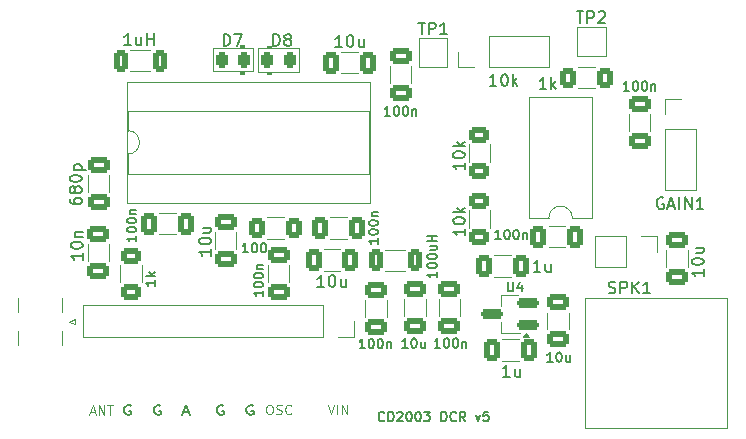
<source format=gbr>
%TF.GenerationSoftware,KiCad,Pcbnew,8.99.0-unknown-8e286d44fc~178~ubuntu22.04.1*%
%TF.CreationDate,2024-05-23T21:37:30+05:30*%
%TF.ProjectId,BoB,426f422e-6b69-4636-9164-5f7063625858,rev?*%
%TF.SameCoordinates,Original*%
%TF.FileFunction,Legend,Top*%
%TF.FilePolarity,Positive*%
%FSLAX46Y46*%
G04 Gerber Fmt 4.6, Leading zero omitted, Abs format (unit mm)*
G04 Created by KiCad (PCBNEW 8.99.0-unknown-8e286d44fc~178~ubuntu22.04.1) date 2024-05-23 21:37:30*
%MOMM*%
%LPD*%
G01*
G04 APERTURE LIST*
G04 Aperture macros list*
%AMRoundRect*
0 Rectangle with rounded corners*
0 $1 Rounding radius*
0 $2 $3 $4 $5 $6 $7 $8 $9 X,Y pos of 4 corners*
0 Add a 4 corners polygon primitive as box body*
4,1,4,$2,$3,$4,$5,$6,$7,$8,$9,$2,$3,0*
0 Add four circle primitives for the rounded corners*
1,1,$1+$1,$2,$3*
1,1,$1+$1,$4,$5*
1,1,$1+$1,$6,$7*
1,1,$1+$1,$8,$9*
0 Add four rect primitives between the rounded corners*
20,1,$1+$1,$2,$3,$4,$5,0*
20,1,$1+$1,$4,$5,$6,$7,0*
20,1,$1+$1,$6,$7,$8,$9,0*
20,1,$1+$1,$8,$9,$2,$3,0*%
G04 Aperture macros list end*
%ADD10C,0.150000*%
%ADD11C,0.120000*%
%ADD12C,0.100000*%
%ADD13R,1.700000X1.700000*%
%ADD14O,1.700000X1.700000*%
%ADD15R,2.000000X2.000000*%
%ADD16RoundRect,0.243750X-0.243750X-0.456250X0.243750X-0.456250X0.243750X0.456250X-0.243750X0.456250X0*%
%ADD17RoundRect,0.250000X-0.650000X0.412500X-0.650000X-0.412500X0.650000X-0.412500X0.650000X0.412500X0*%
%ADD18RoundRect,0.250000X0.650000X-0.412500X0.650000X0.412500X-0.650000X0.412500X-0.650000X-0.412500X0*%
%ADD19RoundRect,0.250000X-0.412500X-0.650000X0.412500X-0.650000X0.412500X0.650000X-0.412500X0.650000X0*%
%ADD20RoundRect,0.250000X-0.362500X-0.700000X0.362500X-0.700000X0.362500X0.700000X-0.362500X0.700000X0*%
%ADD21RoundRect,0.250000X0.412500X0.650000X-0.412500X0.650000X-0.412500X-0.650000X0.412500X-0.650000X0*%
%ADD22RoundRect,0.250000X-0.400000X-0.625000X0.400000X-0.625000X0.400000X0.625000X-0.400000X0.625000X0*%
%ADD23C,4.400000*%
%ADD24RoundRect,0.250000X-0.625000X0.400000X-0.625000X-0.400000X0.625000X-0.400000X0.625000X0.400000X0*%
%ADD25RoundRect,0.250000X0.625000X-0.400000X0.625000X0.400000X-0.625000X0.400000X-0.625000X-0.400000X0*%
%ADD26RoundRect,0.250000X0.400000X0.625000X-0.400000X0.625000X-0.400000X-0.625000X0.400000X-0.625000X0*%
%ADD27R,3.600000X1.270000*%
%ADD28R,4.200000X1.350000*%
%ADD29RoundRect,0.200000X0.750000X0.200000X-0.750000X0.200000X-0.750000X-0.200000X0.750000X-0.200000X0*%
%ADD30RoundRect,0.243750X0.243750X0.456250X-0.243750X0.456250X-0.243750X-0.456250X0.243750X-0.456250X0*%
%ADD31R,1.600000X1.600000*%
%ADD32O,1.600000X1.600000*%
%ADD33C,1.200000*%
%ADD34O,1.800000X2.500000*%
%ADD35O,2.500000X1.800000*%
G04 APERTURE END LIST*
D10*
X54850588Y-77552390D02*
X54755350Y-77514295D01*
X54755350Y-77514295D02*
X54612493Y-77514295D01*
X54612493Y-77514295D02*
X54469636Y-77552390D01*
X54469636Y-77552390D02*
X54374398Y-77628580D01*
X54374398Y-77628580D02*
X54326779Y-77704771D01*
X54326779Y-77704771D02*
X54279160Y-77857152D01*
X54279160Y-77857152D02*
X54279160Y-77971438D01*
X54279160Y-77971438D02*
X54326779Y-78123819D01*
X54326779Y-78123819D02*
X54374398Y-78200009D01*
X54374398Y-78200009D02*
X54469636Y-78276200D01*
X54469636Y-78276200D02*
X54612493Y-78314295D01*
X54612493Y-78314295D02*
X54707731Y-78314295D01*
X54707731Y-78314295D02*
X54850588Y-78276200D01*
X54850588Y-78276200D02*
X54898207Y-78238104D01*
X54898207Y-78238104D02*
X54898207Y-77971438D01*
X54898207Y-77971438D02*
X54707731Y-77971438D01*
X57374398Y-77552390D02*
X57279160Y-77514295D01*
X57279160Y-77514295D02*
X57136303Y-77514295D01*
X57136303Y-77514295D02*
X56993446Y-77552390D01*
X56993446Y-77552390D02*
X56898208Y-77628580D01*
X56898208Y-77628580D02*
X56850589Y-77704771D01*
X56850589Y-77704771D02*
X56802970Y-77857152D01*
X56802970Y-77857152D02*
X56802970Y-77971438D01*
X56802970Y-77971438D02*
X56850589Y-78123819D01*
X56850589Y-78123819D02*
X56898208Y-78200009D01*
X56898208Y-78200009D02*
X56993446Y-78276200D01*
X56993446Y-78276200D02*
X57136303Y-78314295D01*
X57136303Y-78314295D02*
X57231541Y-78314295D01*
X57231541Y-78314295D02*
X57374398Y-78276200D01*
X57374398Y-78276200D02*
X57422017Y-78238104D01*
X57422017Y-78238104D02*
X57422017Y-77971438D01*
X57422017Y-77971438D02*
X57231541Y-77971438D01*
X59326780Y-78085723D02*
X59802970Y-78085723D01*
X59231542Y-78314295D02*
X59564875Y-77514295D01*
X59564875Y-77514295D02*
X59898208Y-78314295D01*
D11*
X66522857Y-77473855D02*
X66675238Y-77473855D01*
X66675238Y-77473855D02*
X66751428Y-77511950D01*
X66751428Y-77511950D02*
X66827619Y-77588140D01*
X66827619Y-77588140D02*
X66865714Y-77740521D01*
X66865714Y-77740521D02*
X66865714Y-78007188D01*
X66865714Y-78007188D02*
X66827619Y-78159569D01*
X66827619Y-78159569D02*
X66751428Y-78235760D01*
X66751428Y-78235760D02*
X66675238Y-78273855D01*
X66675238Y-78273855D02*
X66522857Y-78273855D01*
X66522857Y-78273855D02*
X66446666Y-78235760D01*
X66446666Y-78235760D02*
X66370476Y-78159569D01*
X66370476Y-78159569D02*
X66332380Y-78007188D01*
X66332380Y-78007188D02*
X66332380Y-77740521D01*
X66332380Y-77740521D02*
X66370476Y-77588140D01*
X66370476Y-77588140D02*
X66446666Y-77511950D01*
X66446666Y-77511950D02*
X66522857Y-77473855D01*
X67170475Y-78235760D02*
X67284761Y-78273855D01*
X67284761Y-78273855D02*
X67475237Y-78273855D01*
X67475237Y-78273855D02*
X67551428Y-78235760D01*
X67551428Y-78235760D02*
X67589523Y-78197664D01*
X67589523Y-78197664D02*
X67627618Y-78121474D01*
X67627618Y-78121474D02*
X67627618Y-78045283D01*
X67627618Y-78045283D02*
X67589523Y-77969093D01*
X67589523Y-77969093D02*
X67551428Y-77930998D01*
X67551428Y-77930998D02*
X67475237Y-77892902D01*
X67475237Y-77892902D02*
X67322856Y-77854807D01*
X67322856Y-77854807D02*
X67246666Y-77816712D01*
X67246666Y-77816712D02*
X67208571Y-77778617D01*
X67208571Y-77778617D02*
X67170475Y-77702426D01*
X67170475Y-77702426D02*
X67170475Y-77626236D01*
X67170475Y-77626236D02*
X67208571Y-77550045D01*
X67208571Y-77550045D02*
X67246666Y-77511950D01*
X67246666Y-77511950D02*
X67322856Y-77473855D01*
X67322856Y-77473855D02*
X67513333Y-77473855D01*
X67513333Y-77473855D02*
X67627618Y-77511950D01*
X68427619Y-78197664D02*
X68389523Y-78235760D01*
X68389523Y-78235760D02*
X68275238Y-78273855D01*
X68275238Y-78273855D02*
X68199047Y-78273855D01*
X68199047Y-78273855D02*
X68084761Y-78235760D01*
X68084761Y-78235760D02*
X68008571Y-78159569D01*
X68008571Y-78159569D02*
X67970476Y-78083379D01*
X67970476Y-78083379D02*
X67932380Y-77930998D01*
X67932380Y-77930998D02*
X67932380Y-77816712D01*
X67932380Y-77816712D02*
X67970476Y-77664331D01*
X67970476Y-77664331D02*
X68008571Y-77588140D01*
X68008571Y-77588140D02*
X68084761Y-77511950D01*
X68084761Y-77511950D02*
X68199047Y-77473855D01*
X68199047Y-77473855D02*
X68275238Y-77473855D01*
X68275238Y-77473855D02*
X68389523Y-77511950D01*
X68389523Y-77511950D02*
X68427619Y-77550045D01*
D10*
X76336303Y-78788104D02*
X76298207Y-78826200D01*
X76298207Y-78826200D02*
X76183922Y-78864295D01*
X76183922Y-78864295D02*
X76107731Y-78864295D01*
X76107731Y-78864295D02*
X75993445Y-78826200D01*
X75993445Y-78826200D02*
X75917255Y-78750009D01*
X75917255Y-78750009D02*
X75879160Y-78673819D01*
X75879160Y-78673819D02*
X75841064Y-78521438D01*
X75841064Y-78521438D02*
X75841064Y-78407152D01*
X75841064Y-78407152D02*
X75879160Y-78254771D01*
X75879160Y-78254771D02*
X75917255Y-78178580D01*
X75917255Y-78178580D02*
X75993445Y-78102390D01*
X75993445Y-78102390D02*
X76107731Y-78064295D01*
X76107731Y-78064295D02*
X76183922Y-78064295D01*
X76183922Y-78064295D02*
X76298207Y-78102390D01*
X76298207Y-78102390D02*
X76336303Y-78140485D01*
X76679160Y-78864295D02*
X76679160Y-78064295D01*
X76679160Y-78064295D02*
X76869636Y-78064295D01*
X76869636Y-78064295D02*
X76983922Y-78102390D01*
X76983922Y-78102390D02*
X77060112Y-78178580D01*
X77060112Y-78178580D02*
X77098207Y-78254771D01*
X77098207Y-78254771D02*
X77136303Y-78407152D01*
X77136303Y-78407152D02*
X77136303Y-78521438D01*
X77136303Y-78521438D02*
X77098207Y-78673819D01*
X77098207Y-78673819D02*
X77060112Y-78750009D01*
X77060112Y-78750009D02*
X76983922Y-78826200D01*
X76983922Y-78826200D02*
X76869636Y-78864295D01*
X76869636Y-78864295D02*
X76679160Y-78864295D01*
X77441064Y-78140485D02*
X77479160Y-78102390D01*
X77479160Y-78102390D02*
X77555350Y-78064295D01*
X77555350Y-78064295D02*
X77745826Y-78064295D01*
X77745826Y-78064295D02*
X77822017Y-78102390D01*
X77822017Y-78102390D02*
X77860112Y-78140485D01*
X77860112Y-78140485D02*
X77898207Y-78216676D01*
X77898207Y-78216676D02*
X77898207Y-78292866D01*
X77898207Y-78292866D02*
X77860112Y-78407152D01*
X77860112Y-78407152D02*
X77402969Y-78864295D01*
X77402969Y-78864295D02*
X77898207Y-78864295D01*
X78393446Y-78064295D02*
X78469636Y-78064295D01*
X78469636Y-78064295D02*
X78545827Y-78102390D01*
X78545827Y-78102390D02*
X78583922Y-78140485D01*
X78583922Y-78140485D02*
X78622017Y-78216676D01*
X78622017Y-78216676D02*
X78660112Y-78369057D01*
X78660112Y-78369057D02*
X78660112Y-78559533D01*
X78660112Y-78559533D02*
X78622017Y-78711914D01*
X78622017Y-78711914D02*
X78583922Y-78788104D01*
X78583922Y-78788104D02*
X78545827Y-78826200D01*
X78545827Y-78826200D02*
X78469636Y-78864295D01*
X78469636Y-78864295D02*
X78393446Y-78864295D01*
X78393446Y-78864295D02*
X78317255Y-78826200D01*
X78317255Y-78826200D02*
X78279160Y-78788104D01*
X78279160Y-78788104D02*
X78241065Y-78711914D01*
X78241065Y-78711914D02*
X78202969Y-78559533D01*
X78202969Y-78559533D02*
X78202969Y-78369057D01*
X78202969Y-78369057D02*
X78241065Y-78216676D01*
X78241065Y-78216676D02*
X78279160Y-78140485D01*
X78279160Y-78140485D02*
X78317255Y-78102390D01*
X78317255Y-78102390D02*
X78393446Y-78064295D01*
X79155351Y-78064295D02*
X79231541Y-78064295D01*
X79231541Y-78064295D02*
X79307732Y-78102390D01*
X79307732Y-78102390D02*
X79345827Y-78140485D01*
X79345827Y-78140485D02*
X79383922Y-78216676D01*
X79383922Y-78216676D02*
X79422017Y-78369057D01*
X79422017Y-78369057D02*
X79422017Y-78559533D01*
X79422017Y-78559533D02*
X79383922Y-78711914D01*
X79383922Y-78711914D02*
X79345827Y-78788104D01*
X79345827Y-78788104D02*
X79307732Y-78826200D01*
X79307732Y-78826200D02*
X79231541Y-78864295D01*
X79231541Y-78864295D02*
X79155351Y-78864295D01*
X79155351Y-78864295D02*
X79079160Y-78826200D01*
X79079160Y-78826200D02*
X79041065Y-78788104D01*
X79041065Y-78788104D02*
X79002970Y-78711914D01*
X79002970Y-78711914D02*
X78964874Y-78559533D01*
X78964874Y-78559533D02*
X78964874Y-78369057D01*
X78964874Y-78369057D02*
X79002970Y-78216676D01*
X79002970Y-78216676D02*
X79041065Y-78140485D01*
X79041065Y-78140485D02*
X79079160Y-78102390D01*
X79079160Y-78102390D02*
X79155351Y-78064295D01*
X79688684Y-78064295D02*
X80183922Y-78064295D01*
X80183922Y-78064295D02*
X79917256Y-78369057D01*
X79917256Y-78369057D02*
X80031541Y-78369057D01*
X80031541Y-78369057D02*
X80107732Y-78407152D01*
X80107732Y-78407152D02*
X80145827Y-78445247D01*
X80145827Y-78445247D02*
X80183922Y-78521438D01*
X80183922Y-78521438D02*
X80183922Y-78711914D01*
X80183922Y-78711914D02*
X80145827Y-78788104D01*
X80145827Y-78788104D02*
X80107732Y-78826200D01*
X80107732Y-78826200D02*
X80031541Y-78864295D01*
X80031541Y-78864295D02*
X79802970Y-78864295D01*
X79802970Y-78864295D02*
X79726779Y-78826200D01*
X79726779Y-78826200D02*
X79688684Y-78788104D01*
X81136304Y-78864295D02*
X81136304Y-78064295D01*
X81136304Y-78064295D02*
X81326780Y-78064295D01*
X81326780Y-78064295D02*
X81441066Y-78102390D01*
X81441066Y-78102390D02*
X81517256Y-78178580D01*
X81517256Y-78178580D02*
X81555351Y-78254771D01*
X81555351Y-78254771D02*
X81593447Y-78407152D01*
X81593447Y-78407152D02*
X81593447Y-78521438D01*
X81593447Y-78521438D02*
X81555351Y-78673819D01*
X81555351Y-78673819D02*
X81517256Y-78750009D01*
X81517256Y-78750009D02*
X81441066Y-78826200D01*
X81441066Y-78826200D02*
X81326780Y-78864295D01*
X81326780Y-78864295D02*
X81136304Y-78864295D01*
X82393447Y-78788104D02*
X82355351Y-78826200D01*
X82355351Y-78826200D02*
X82241066Y-78864295D01*
X82241066Y-78864295D02*
X82164875Y-78864295D01*
X82164875Y-78864295D02*
X82050589Y-78826200D01*
X82050589Y-78826200D02*
X81974399Y-78750009D01*
X81974399Y-78750009D02*
X81936304Y-78673819D01*
X81936304Y-78673819D02*
X81898208Y-78521438D01*
X81898208Y-78521438D02*
X81898208Y-78407152D01*
X81898208Y-78407152D02*
X81936304Y-78254771D01*
X81936304Y-78254771D02*
X81974399Y-78178580D01*
X81974399Y-78178580D02*
X82050589Y-78102390D01*
X82050589Y-78102390D02*
X82164875Y-78064295D01*
X82164875Y-78064295D02*
X82241066Y-78064295D01*
X82241066Y-78064295D02*
X82355351Y-78102390D01*
X82355351Y-78102390D02*
X82393447Y-78140485D01*
X83193447Y-78864295D02*
X82926780Y-78483342D01*
X82736304Y-78864295D02*
X82736304Y-78064295D01*
X82736304Y-78064295D02*
X83041066Y-78064295D01*
X83041066Y-78064295D02*
X83117256Y-78102390D01*
X83117256Y-78102390D02*
X83155351Y-78140485D01*
X83155351Y-78140485D02*
X83193447Y-78216676D01*
X83193447Y-78216676D02*
X83193447Y-78330961D01*
X83193447Y-78330961D02*
X83155351Y-78407152D01*
X83155351Y-78407152D02*
X83117256Y-78445247D01*
X83117256Y-78445247D02*
X83041066Y-78483342D01*
X83041066Y-78483342D02*
X82736304Y-78483342D01*
X84069637Y-78330961D02*
X84260113Y-78864295D01*
X84260113Y-78864295D02*
X84450590Y-78330961D01*
X85136304Y-78064295D02*
X84755352Y-78064295D01*
X84755352Y-78064295D02*
X84717256Y-78445247D01*
X84717256Y-78445247D02*
X84755352Y-78407152D01*
X84755352Y-78407152D02*
X84831542Y-78369057D01*
X84831542Y-78369057D02*
X85022018Y-78369057D01*
X85022018Y-78369057D02*
X85098209Y-78407152D01*
X85098209Y-78407152D02*
X85136304Y-78445247D01*
X85136304Y-78445247D02*
X85174399Y-78521438D01*
X85174399Y-78521438D02*
X85174399Y-78711914D01*
X85174399Y-78711914D02*
X85136304Y-78788104D01*
X85136304Y-78788104D02*
X85098209Y-78826200D01*
X85098209Y-78826200D02*
X85022018Y-78864295D01*
X85022018Y-78864295D02*
X84831542Y-78864295D01*
X84831542Y-78864295D02*
X84755352Y-78826200D01*
X84755352Y-78826200D02*
X84717256Y-78788104D01*
D11*
X51437714Y-78091283D02*
X51818667Y-78091283D01*
X51361524Y-78319855D02*
X51628191Y-77519855D01*
X51628191Y-77519855D02*
X51894857Y-78319855D01*
X52161524Y-78319855D02*
X52161524Y-77519855D01*
X52161524Y-77519855D02*
X52618667Y-78319855D01*
X52618667Y-78319855D02*
X52618667Y-77519855D01*
X52885333Y-77519855D02*
X53342476Y-77519855D01*
X53113904Y-78319855D02*
X53113904Y-77519855D01*
D10*
X62690588Y-77552390D02*
X62595350Y-77514295D01*
X62595350Y-77514295D02*
X62452493Y-77514295D01*
X62452493Y-77514295D02*
X62309636Y-77552390D01*
X62309636Y-77552390D02*
X62214398Y-77628580D01*
X62214398Y-77628580D02*
X62166779Y-77704771D01*
X62166779Y-77704771D02*
X62119160Y-77857152D01*
X62119160Y-77857152D02*
X62119160Y-77971438D01*
X62119160Y-77971438D02*
X62166779Y-78123819D01*
X62166779Y-78123819D02*
X62214398Y-78200009D01*
X62214398Y-78200009D02*
X62309636Y-78276200D01*
X62309636Y-78276200D02*
X62452493Y-78314295D01*
X62452493Y-78314295D02*
X62547731Y-78314295D01*
X62547731Y-78314295D02*
X62690588Y-78276200D01*
X62690588Y-78276200D02*
X62738207Y-78238104D01*
X62738207Y-78238104D02*
X62738207Y-77971438D01*
X62738207Y-77971438D02*
X62547731Y-77971438D01*
X65214398Y-77552390D02*
X65119160Y-77514295D01*
X65119160Y-77514295D02*
X64976303Y-77514295D01*
X64976303Y-77514295D02*
X64833446Y-77552390D01*
X64833446Y-77552390D02*
X64738208Y-77628580D01*
X64738208Y-77628580D02*
X64690589Y-77704771D01*
X64690589Y-77704771D02*
X64642970Y-77857152D01*
X64642970Y-77857152D02*
X64642970Y-77971438D01*
X64642970Y-77971438D02*
X64690589Y-78123819D01*
X64690589Y-78123819D02*
X64738208Y-78200009D01*
X64738208Y-78200009D02*
X64833446Y-78276200D01*
X64833446Y-78276200D02*
X64976303Y-78314295D01*
X64976303Y-78314295D02*
X65071541Y-78314295D01*
X65071541Y-78314295D02*
X65214398Y-78276200D01*
X65214398Y-78276200D02*
X65262017Y-78238104D01*
X65262017Y-78238104D02*
X65262017Y-77971438D01*
X65262017Y-77971438D02*
X65071541Y-77971438D01*
D11*
X71533810Y-77493855D02*
X71800477Y-78293855D01*
X71800477Y-78293855D02*
X72067143Y-77493855D01*
X72333810Y-78293855D02*
X72333810Y-77493855D01*
X72714762Y-78293855D02*
X72714762Y-77493855D01*
X72714762Y-77493855D02*
X73171905Y-78293855D01*
X73171905Y-78293855D02*
X73171905Y-77493855D01*
D10*
X99955238Y-59962438D02*
X99860000Y-59914819D01*
X99860000Y-59914819D02*
X99717143Y-59914819D01*
X99717143Y-59914819D02*
X99574286Y-59962438D01*
X99574286Y-59962438D02*
X99479048Y-60057676D01*
X99479048Y-60057676D02*
X99431429Y-60152914D01*
X99431429Y-60152914D02*
X99383810Y-60343390D01*
X99383810Y-60343390D02*
X99383810Y-60486247D01*
X99383810Y-60486247D02*
X99431429Y-60676723D01*
X99431429Y-60676723D02*
X99479048Y-60771961D01*
X99479048Y-60771961D02*
X99574286Y-60867200D01*
X99574286Y-60867200D02*
X99717143Y-60914819D01*
X99717143Y-60914819D02*
X99812381Y-60914819D01*
X99812381Y-60914819D02*
X99955238Y-60867200D01*
X99955238Y-60867200D02*
X100002857Y-60819580D01*
X100002857Y-60819580D02*
X100002857Y-60486247D01*
X100002857Y-60486247D02*
X99812381Y-60486247D01*
X100383810Y-60629104D02*
X100860000Y-60629104D01*
X100288572Y-60914819D02*
X100621905Y-59914819D01*
X100621905Y-59914819D02*
X100955238Y-60914819D01*
X101288572Y-60914819D02*
X101288572Y-59914819D01*
X101764762Y-60914819D02*
X101764762Y-59914819D01*
X101764762Y-59914819D02*
X102336190Y-60914819D01*
X102336190Y-60914819D02*
X102336190Y-59914819D01*
X103336190Y-60914819D02*
X102764762Y-60914819D01*
X103050476Y-60914819D02*
X103050476Y-59914819D01*
X103050476Y-59914819D02*
X102955238Y-60057676D01*
X102955238Y-60057676D02*
X102860000Y-60152914D01*
X102860000Y-60152914D02*
X102764762Y-60200533D01*
X79198095Y-45116819D02*
X79769523Y-45116819D01*
X79483809Y-46116819D02*
X79483809Y-45116819D01*
X80102857Y-46116819D02*
X80102857Y-45116819D01*
X80102857Y-45116819D02*
X80483809Y-45116819D01*
X80483809Y-45116819D02*
X80579047Y-45164438D01*
X80579047Y-45164438D02*
X80626666Y-45212057D01*
X80626666Y-45212057D02*
X80674285Y-45307295D01*
X80674285Y-45307295D02*
X80674285Y-45450152D01*
X80674285Y-45450152D02*
X80626666Y-45545390D01*
X80626666Y-45545390D02*
X80579047Y-45593009D01*
X80579047Y-45593009D02*
X80483809Y-45640628D01*
X80483809Y-45640628D02*
X80102857Y-45640628D01*
X81626666Y-46116819D02*
X81055238Y-46116819D01*
X81340952Y-46116819D02*
X81340952Y-45116819D01*
X81340952Y-45116819D02*
X81245714Y-45259676D01*
X81245714Y-45259676D02*
X81150476Y-45354914D01*
X81150476Y-45354914D02*
X81055238Y-45402533D01*
X66921905Y-47094819D02*
X66921905Y-46094819D01*
X66921905Y-46094819D02*
X67160000Y-46094819D01*
X67160000Y-46094819D02*
X67302857Y-46142438D01*
X67302857Y-46142438D02*
X67398095Y-46237676D01*
X67398095Y-46237676D02*
X67445714Y-46332914D01*
X67445714Y-46332914D02*
X67493333Y-46523390D01*
X67493333Y-46523390D02*
X67493333Y-46666247D01*
X67493333Y-46666247D02*
X67445714Y-46856723D01*
X67445714Y-46856723D02*
X67398095Y-46951961D01*
X67398095Y-46951961D02*
X67302857Y-47047200D01*
X67302857Y-47047200D02*
X67160000Y-47094819D01*
X67160000Y-47094819D02*
X66921905Y-47094819D01*
X68064762Y-46523390D02*
X67969524Y-46475771D01*
X67969524Y-46475771D02*
X67921905Y-46428152D01*
X67921905Y-46428152D02*
X67874286Y-46332914D01*
X67874286Y-46332914D02*
X67874286Y-46285295D01*
X67874286Y-46285295D02*
X67921905Y-46190057D01*
X67921905Y-46190057D02*
X67969524Y-46142438D01*
X67969524Y-46142438D02*
X68064762Y-46094819D01*
X68064762Y-46094819D02*
X68255238Y-46094819D01*
X68255238Y-46094819D02*
X68350476Y-46142438D01*
X68350476Y-46142438D02*
X68398095Y-46190057D01*
X68398095Y-46190057D02*
X68445714Y-46285295D01*
X68445714Y-46285295D02*
X68445714Y-46332914D01*
X68445714Y-46332914D02*
X68398095Y-46428152D01*
X68398095Y-46428152D02*
X68350476Y-46475771D01*
X68350476Y-46475771D02*
X68255238Y-46523390D01*
X68255238Y-46523390D02*
X68064762Y-46523390D01*
X68064762Y-46523390D02*
X67969524Y-46571009D01*
X67969524Y-46571009D02*
X67921905Y-46618628D01*
X67921905Y-46618628D02*
X67874286Y-46713866D01*
X67874286Y-46713866D02*
X67874286Y-46904342D01*
X67874286Y-46904342D02*
X67921905Y-46999580D01*
X67921905Y-46999580D02*
X67969524Y-47047200D01*
X67969524Y-47047200D02*
X68064762Y-47094819D01*
X68064762Y-47094819D02*
X68255238Y-47094819D01*
X68255238Y-47094819D02*
X68350476Y-47047200D01*
X68350476Y-47047200D02*
X68398095Y-46999580D01*
X68398095Y-46999580D02*
X68445714Y-46904342D01*
X68445714Y-46904342D02*
X68445714Y-46713866D01*
X68445714Y-46713866D02*
X68398095Y-46618628D01*
X68398095Y-46618628D02*
X68350476Y-46571009D01*
X68350476Y-46571009D02*
X68255238Y-46523390D01*
X74684761Y-72692295D02*
X74227618Y-72692295D01*
X74456190Y-72692295D02*
X74456190Y-71892295D01*
X74456190Y-71892295D02*
X74379999Y-72006580D01*
X74379999Y-72006580D02*
X74303809Y-72082771D01*
X74303809Y-72082771D02*
X74227618Y-72120866D01*
X75180000Y-71892295D02*
X75256190Y-71892295D01*
X75256190Y-71892295D02*
X75332381Y-71930390D01*
X75332381Y-71930390D02*
X75370476Y-71968485D01*
X75370476Y-71968485D02*
X75408571Y-72044676D01*
X75408571Y-72044676D02*
X75446666Y-72197057D01*
X75446666Y-72197057D02*
X75446666Y-72387533D01*
X75446666Y-72387533D02*
X75408571Y-72539914D01*
X75408571Y-72539914D02*
X75370476Y-72616104D01*
X75370476Y-72616104D02*
X75332381Y-72654200D01*
X75332381Y-72654200D02*
X75256190Y-72692295D01*
X75256190Y-72692295D02*
X75180000Y-72692295D01*
X75180000Y-72692295D02*
X75103809Y-72654200D01*
X75103809Y-72654200D02*
X75065714Y-72616104D01*
X75065714Y-72616104D02*
X75027619Y-72539914D01*
X75027619Y-72539914D02*
X74989523Y-72387533D01*
X74989523Y-72387533D02*
X74989523Y-72197057D01*
X74989523Y-72197057D02*
X75027619Y-72044676D01*
X75027619Y-72044676D02*
X75065714Y-71968485D01*
X75065714Y-71968485D02*
X75103809Y-71930390D01*
X75103809Y-71930390D02*
X75180000Y-71892295D01*
X75941905Y-71892295D02*
X76018095Y-71892295D01*
X76018095Y-71892295D02*
X76094286Y-71930390D01*
X76094286Y-71930390D02*
X76132381Y-71968485D01*
X76132381Y-71968485D02*
X76170476Y-72044676D01*
X76170476Y-72044676D02*
X76208571Y-72197057D01*
X76208571Y-72197057D02*
X76208571Y-72387533D01*
X76208571Y-72387533D02*
X76170476Y-72539914D01*
X76170476Y-72539914D02*
X76132381Y-72616104D01*
X76132381Y-72616104D02*
X76094286Y-72654200D01*
X76094286Y-72654200D02*
X76018095Y-72692295D01*
X76018095Y-72692295D02*
X75941905Y-72692295D01*
X75941905Y-72692295D02*
X75865714Y-72654200D01*
X75865714Y-72654200D02*
X75827619Y-72616104D01*
X75827619Y-72616104D02*
X75789524Y-72539914D01*
X75789524Y-72539914D02*
X75751428Y-72387533D01*
X75751428Y-72387533D02*
X75751428Y-72197057D01*
X75751428Y-72197057D02*
X75789524Y-72044676D01*
X75789524Y-72044676D02*
X75827619Y-71968485D01*
X75827619Y-71968485D02*
X75865714Y-71930390D01*
X75865714Y-71930390D02*
X75941905Y-71892295D01*
X76551429Y-72158961D02*
X76551429Y-72692295D01*
X76551429Y-72235152D02*
X76589524Y-72197057D01*
X76589524Y-72197057D02*
X76665714Y-72158961D01*
X76665714Y-72158961D02*
X76780000Y-72158961D01*
X76780000Y-72158961D02*
X76856191Y-72197057D01*
X76856191Y-72197057D02*
X76894286Y-72273247D01*
X76894286Y-72273247D02*
X76894286Y-72692295D01*
X85822761Y-50476819D02*
X85251333Y-50476819D01*
X85537047Y-50476819D02*
X85537047Y-49476819D01*
X85537047Y-49476819D02*
X85441809Y-49619676D01*
X85441809Y-49619676D02*
X85346571Y-49714914D01*
X85346571Y-49714914D02*
X85251333Y-49762533D01*
X86441809Y-49476819D02*
X86537047Y-49476819D01*
X86537047Y-49476819D02*
X86632285Y-49524438D01*
X86632285Y-49524438D02*
X86679904Y-49572057D01*
X86679904Y-49572057D02*
X86727523Y-49667295D01*
X86727523Y-49667295D02*
X86775142Y-49857771D01*
X86775142Y-49857771D02*
X86775142Y-50095866D01*
X86775142Y-50095866D02*
X86727523Y-50286342D01*
X86727523Y-50286342D02*
X86679904Y-50381580D01*
X86679904Y-50381580D02*
X86632285Y-50429200D01*
X86632285Y-50429200D02*
X86537047Y-50476819D01*
X86537047Y-50476819D02*
X86441809Y-50476819D01*
X86441809Y-50476819D02*
X86346571Y-50429200D01*
X86346571Y-50429200D02*
X86298952Y-50381580D01*
X86298952Y-50381580D02*
X86251333Y-50286342D01*
X86251333Y-50286342D02*
X86203714Y-50095866D01*
X86203714Y-50095866D02*
X86203714Y-49857771D01*
X86203714Y-49857771D02*
X86251333Y-49667295D01*
X86251333Y-49667295D02*
X86298952Y-49572057D01*
X86298952Y-49572057D02*
X86346571Y-49524438D01*
X86346571Y-49524438D02*
X86441809Y-49476819D01*
X87203714Y-50476819D02*
X87203714Y-49476819D01*
X87298952Y-50095866D02*
X87584666Y-50476819D01*
X87584666Y-49810152D02*
X87203714Y-50191104D01*
X76814761Y-53002295D02*
X76357618Y-53002295D01*
X76586190Y-53002295D02*
X76586190Y-52202295D01*
X76586190Y-52202295D02*
X76509999Y-52316580D01*
X76509999Y-52316580D02*
X76433809Y-52392771D01*
X76433809Y-52392771D02*
X76357618Y-52430866D01*
X77310000Y-52202295D02*
X77386190Y-52202295D01*
X77386190Y-52202295D02*
X77462381Y-52240390D01*
X77462381Y-52240390D02*
X77500476Y-52278485D01*
X77500476Y-52278485D02*
X77538571Y-52354676D01*
X77538571Y-52354676D02*
X77576666Y-52507057D01*
X77576666Y-52507057D02*
X77576666Y-52697533D01*
X77576666Y-52697533D02*
X77538571Y-52849914D01*
X77538571Y-52849914D02*
X77500476Y-52926104D01*
X77500476Y-52926104D02*
X77462381Y-52964200D01*
X77462381Y-52964200D02*
X77386190Y-53002295D01*
X77386190Y-53002295D02*
X77310000Y-53002295D01*
X77310000Y-53002295D02*
X77233809Y-52964200D01*
X77233809Y-52964200D02*
X77195714Y-52926104D01*
X77195714Y-52926104D02*
X77157619Y-52849914D01*
X77157619Y-52849914D02*
X77119523Y-52697533D01*
X77119523Y-52697533D02*
X77119523Y-52507057D01*
X77119523Y-52507057D02*
X77157619Y-52354676D01*
X77157619Y-52354676D02*
X77195714Y-52278485D01*
X77195714Y-52278485D02*
X77233809Y-52240390D01*
X77233809Y-52240390D02*
X77310000Y-52202295D01*
X78071905Y-52202295D02*
X78148095Y-52202295D01*
X78148095Y-52202295D02*
X78224286Y-52240390D01*
X78224286Y-52240390D02*
X78262381Y-52278485D01*
X78262381Y-52278485D02*
X78300476Y-52354676D01*
X78300476Y-52354676D02*
X78338571Y-52507057D01*
X78338571Y-52507057D02*
X78338571Y-52697533D01*
X78338571Y-52697533D02*
X78300476Y-52849914D01*
X78300476Y-52849914D02*
X78262381Y-52926104D01*
X78262381Y-52926104D02*
X78224286Y-52964200D01*
X78224286Y-52964200D02*
X78148095Y-53002295D01*
X78148095Y-53002295D02*
X78071905Y-53002295D01*
X78071905Y-53002295D02*
X77995714Y-52964200D01*
X77995714Y-52964200D02*
X77957619Y-52926104D01*
X77957619Y-52926104D02*
X77919524Y-52849914D01*
X77919524Y-52849914D02*
X77881428Y-52697533D01*
X77881428Y-52697533D02*
X77881428Y-52507057D01*
X77881428Y-52507057D02*
X77919524Y-52354676D01*
X77919524Y-52354676D02*
X77957619Y-52278485D01*
X77957619Y-52278485D02*
X77995714Y-52240390D01*
X77995714Y-52240390D02*
X78071905Y-52202295D01*
X78681429Y-52468961D02*
X78681429Y-53002295D01*
X78681429Y-52545152D02*
X78719524Y-52507057D01*
X78719524Y-52507057D02*
X78795714Y-52468961D01*
X78795714Y-52468961D02*
X78910000Y-52468961D01*
X78910000Y-52468961D02*
X78986191Y-52507057D01*
X78986191Y-52507057D02*
X79024286Y-52583247D01*
X79024286Y-52583247D02*
X79024286Y-53002295D01*
X55322295Y-63175238D02*
X55322295Y-63632381D01*
X55322295Y-63403809D02*
X54522295Y-63403809D01*
X54522295Y-63403809D02*
X54636580Y-63480000D01*
X54636580Y-63480000D02*
X54712771Y-63556190D01*
X54712771Y-63556190D02*
X54750866Y-63632381D01*
X54522295Y-62679999D02*
X54522295Y-62603809D01*
X54522295Y-62603809D02*
X54560390Y-62527618D01*
X54560390Y-62527618D02*
X54598485Y-62489523D01*
X54598485Y-62489523D02*
X54674676Y-62451428D01*
X54674676Y-62451428D02*
X54827057Y-62413333D01*
X54827057Y-62413333D02*
X55017533Y-62413333D01*
X55017533Y-62413333D02*
X55169914Y-62451428D01*
X55169914Y-62451428D02*
X55246104Y-62489523D01*
X55246104Y-62489523D02*
X55284200Y-62527618D01*
X55284200Y-62527618D02*
X55322295Y-62603809D01*
X55322295Y-62603809D02*
X55322295Y-62679999D01*
X55322295Y-62679999D02*
X55284200Y-62756190D01*
X55284200Y-62756190D02*
X55246104Y-62794285D01*
X55246104Y-62794285D02*
X55169914Y-62832380D01*
X55169914Y-62832380D02*
X55017533Y-62870476D01*
X55017533Y-62870476D02*
X54827057Y-62870476D01*
X54827057Y-62870476D02*
X54674676Y-62832380D01*
X54674676Y-62832380D02*
X54598485Y-62794285D01*
X54598485Y-62794285D02*
X54560390Y-62756190D01*
X54560390Y-62756190D02*
X54522295Y-62679999D01*
X54522295Y-61918094D02*
X54522295Y-61841904D01*
X54522295Y-61841904D02*
X54560390Y-61765713D01*
X54560390Y-61765713D02*
X54598485Y-61727618D01*
X54598485Y-61727618D02*
X54674676Y-61689523D01*
X54674676Y-61689523D02*
X54827057Y-61651428D01*
X54827057Y-61651428D02*
X55017533Y-61651428D01*
X55017533Y-61651428D02*
X55169914Y-61689523D01*
X55169914Y-61689523D02*
X55246104Y-61727618D01*
X55246104Y-61727618D02*
X55284200Y-61765713D01*
X55284200Y-61765713D02*
X55322295Y-61841904D01*
X55322295Y-61841904D02*
X55322295Y-61918094D01*
X55322295Y-61918094D02*
X55284200Y-61994285D01*
X55284200Y-61994285D02*
X55246104Y-62032380D01*
X55246104Y-62032380D02*
X55169914Y-62070475D01*
X55169914Y-62070475D02*
X55017533Y-62108571D01*
X55017533Y-62108571D02*
X54827057Y-62108571D01*
X54827057Y-62108571D02*
X54674676Y-62070475D01*
X54674676Y-62070475D02*
X54598485Y-62032380D01*
X54598485Y-62032380D02*
X54560390Y-61994285D01*
X54560390Y-61994285D02*
X54522295Y-61918094D01*
X54788961Y-61308570D02*
X55322295Y-61308570D01*
X54865152Y-61308570D02*
X54827057Y-61270475D01*
X54827057Y-61270475D02*
X54788961Y-61194285D01*
X54788961Y-61194285D02*
X54788961Y-61079999D01*
X54788961Y-61079999D02*
X54827057Y-61003808D01*
X54827057Y-61003808D02*
X54903247Y-60965713D01*
X54903247Y-60965713D02*
X55322295Y-60965713D01*
X54889523Y-47034819D02*
X54318095Y-47034819D01*
X54603809Y-47034819D02*
X54603809Y-46034819D01*
X54603809Y-46034819D02*
X54508571Y-46177676D01*
X54508571Y-46177676D02*
X54413333Y-46272914D01*
X54413333Y-46272914D02*
X54318095Y-46320533D01*
X55746666Y-46368152D02*
X55746666Y-47034819D01*
X55318095Y-46368152D02*
X55318095Y-46891961D01*
X55318095Y-46891961D02*
X55365714Y-46987200D01*
X55365714Y-46987200D02*
X55460952Y-47034819D01*
X55460952Y-47034819D02*
X55603809Y-47034819D01*
X55603809Y-47034819D02*
X55699047Y-46987200D01*
X55699047Y-46987200D02*
X55746666Y-46939580D01*
X56222857Y-47034819D02*
X56222857Y-46034819D01*
X56222857Y-46511009D02*
X56794285Y-46511009D01*
X56794285Y-47034819D02*
X56794285Y-46034819D01*
X49694819Y-60034285D02*
X49694819Y-60224761D01*
X49694819Y-60224761D02*
X49742438Y-60319999D01*
X49742438Y-60319999D02*
X49790057Y-60367618D01*
X49790057Y-60367618D02*
X49932914Y-60462856D01*
X49932914Y-60462856D02*
X50123390Y-60510475D01*
X50123390Y-60510475D02*
X50504342Y-60510475D01*
X50504342Y-60510475D02*
X50599580Y-60462856D01*
X50599580Y-60462856D02*
X50647200Y-60415237D01*
X50647200Y-60415237D02*
X50694819Y-60319999D01*
X50694819Y-60319999D02*
X50694819Y-60129523D01*
X50694819Y-60129523D02*
X50647200Y-60034285D01*
X50647200Y-60034285D02*
X50599580Y-59986666D01*
X50599580Y-59986666D02*
X50504342Y-59939047D01*
X50504342Y-59939047D02*
X50266247Y-59939047D01*
X50266247Y-59939047D02*
X50171009Y-59986666D01*
X50171009Y-59986666D02*
X50123390Y-60034285D01*
X50123390Y-60034285D02*
X50075771Y-60129523D01*
X50075771Y-60129523D02*
X50075771Y-60319999D01*
X50075771Y-60319999D02*
X50123390Y-60415237D01*
X50123390Y-60415237D02*
X50171009Y-60462856D01*
X50171009Y-60462856D02*
X50266247Y-60510475D01*
X50123390Y-59367618D02*
X50075771Y-59462856D01*
X50075771Y-59462856D02*
X50028152Y-59510475D01*
X50028152Y-59510475D02*
X49932914Y-59558094D01*
X49932914Y-59558094D02*
X49885295Y-59558094D01*
X49885295Y-59558094D02*
X49790057Y-59510475D01*
X49790057Y-59510475D02*
X49742438Y-59462856D01*
X49742438Y-59462856D02*
X49694819Y-59367618D01*
X49694819Y-59367618D02*
X49694819Y-59177142D01*
X49694819Y-59177142D02*
X49742438Y-59081904D01*
X49742438Y-59081904D02*
X49790057Y-59034285D01*
X49790057Y-59034285D02*
X49885295Y-58986666D01*
X49885295Y-58986666D02*
X49932914Y-58986666D01*
X49932914Y-58986666D02*
X50028152Y-59034285D01*
X50028152Y-59034285D02*
X50075771Y-59081904D01*
X50075771Y-59081904D02*
X50123390Y-59177142D01*
X50123390Y-59177142D02*
X50123390Y-59367618D01*
X50123390Y-59367618D02*
X50171009Y-59462856D01*
X50171009Y-59462856D02*
X50218628Y-59510475D01*
X50218628Y-59510475D02*
X50313866Y-59558094D01*
X50313866Y-59558094D02*
X50504342Y-59558094D01*
X50504342Y-59558094D02*
X50599580Y-59510475D01*
X50599580Y-59510475D02*
X50647200Y-59462856D01*
X50647200Y-59462856D02*
X50694819Y-59367618D01*
X50694819Y-59367618D02*
X50694819Y-59177142D01*
X50694819Y-59177142D02*
X50647200Y-59081904D01*
X50647200Y-59081904D02*
X50599580Y-59034285D01*
X50599580Y-59034285D02*
X50504342Y-58986666D01*
X50504342Y-58986666D02*
X50313866Y-58986666D01*
X50313866Y-58986666D02*
X50218628Y-59034285D01*
X50218628Y-59034285D02*
X50171009Y-59081904D01*
X50171009Y-59081904D02*
X50123390Y-59177142D01*
X49694819Y-58367618D02*
X49694819Y-58272380D01*
X49694819Y-58272380D02*
X49742438Y-58177142D01*
X49742438Y-58177142D02*
X49790057Y-58129523D01*
X49790057Y-58129523D02*
X49885295Y-58081904D01*
X49885295Y-58081904D02*
X50075771Y-58034285D01*
X50075771Y-58034285D02*
X50313866Y-58034285D01*
X50313866Y-58034285D02*
X50504342Y-58081904D01*
X50504342Y-58081904D02*
X50599580Y-58129523D01*
X50599580Y-58129523D02*
X50647200Y-58177142D01*
X50647200Y-58177142D02*
X50694819Y-58272380D01*
X50694819Y-58272380D02*
X50694819Y-58367618D01*
X50694819Y-58367618D02*
X50647200Y-58462856D01*
X50647200Y-58462856D02*
X50599580Y-58510475D01*
X50599580Y-58510475D02*
X50504342Y-58558094D01*
X50504342Y-58558094D02*
X50313866Y-58605713D01*
X50313866Y-58605713D02*
X50075771Y-58605713D01*
X50075771Y-58605713D02*
X49885295Y-58558094D01*
X49885295Y-58558094D02*
X49790057Y-58510475D01*
X49790057Y-58510475D02*
X49742438Y-58462856D01*
X49742438Y-58462856D02*
X49694819Y-58367618D01*
X50028152Y-57605713D02*
X51028152Y-57605713D01*
X50075771Y-57605713D02*
X50028152Y-57510475D01*
X50028152Y-57510475D02*
X50028152Y-57319999D01*
X50028152Y-57319999D02*
X50075771Y-57224761D01*
X50075771Y-57224761D02*
X50123390Y-57177142D01*
X50123390Y-57177142D02*
X50218628Y-57129523D01*
X50218628Y-57129523D02*
X50504342Y-57129523D01*
X50504342Y-57129523D02*
X50599580Y-57177142D01*
X50599580Y-57177142D02*
X50647200Y-57224761D01*
X50647200Y-57224761D02*
X50694819Y-57319999D01*
X50694819Y-57319999D02*
X50694819Y-57510475D01*
X50694819Y-57510475D02*
X50647200Y-57605713D01*
X71239142Y-67510819D02*
X70667714Y-67510819D01*
X70953428Y-67510819D02*
X70953428Y-66510819D01*
X70953428Y-66510819D02*
X70858190Y-66653676D01*
X70858190Y-66653676D02*
X70762952Y-66748914D01*
X70762952Y-66748914D02*
X70667714Y-66796533D01*
X71858190Y-66510819D02*
X71953428Y-66510819D01*
X71953428Y-66510819D02*
X72048666Y-66558438D01*
X72048666Y-66558438D02*
X72096285Y-66606057D01*
X72096285Y-66606057D02*
X72143904Y-66701295D01*
X72143904Y-66701295D02*
X72191523Y-66891771D01*
X72191523Y-66891771D02*
X72191523Y-67129866D01*
X72191523Y-67129866D02*
X72143904Y-67320342D01*
X72143904Y-67320342D02*
X72096285Y-67415580D01*
X72096285Y-67415580D02*
X72048666Y-67463200D01*
X72048666Y-67463200D02*
X71953428Y-67510819D01*
X71953428Y-67510819D02*
X71858190Y-67510819D01*
X71858190Y-67510819D02*
X71762952Y-67463200D01*
X71762952Y-67463200D02*
X71715333Y-67415580D01*
X71715333Y-67415580D02*
X71667714Y-67320342D01*
X71667714Y-67320342D02*
X71620095Y-67129866D01*
X71620095Y-67129866D02*
X71620095Y-66891771D01*
X71620095Y-66891771D02*
X71667714Y-66701295D01*
X71667714Y-66701295D02*
X71715333Y-66606057D01*
X71715333Y-66606057D02*
X71762952Y-66558438D01*
X71762952Y-66558438D02*
X71858190Y-66510819D01*
X73048666Y-66844152D02*
X73048666Y-67510819D01*
X72620095Y-66844152D02*
X72620095Y-67367961D01*
X72620095Y-67367961D02*
X72667714Y-67463200D01*
X72667714Y-67463200D02*
X72762952Y-67510819D01*
X72762952Y-67510819D02*
X72905809Y-67510819D01*
X72905809Y-67510819D02*
X73001047Y-67463200D01*
X73001047Y-67463200D02*
X73048666Y-67415580D01*
X64786666Y-64572295D02*
X64329523Y-64572295D01*
X64558095Y-64572295D02*
X64558095Y-63772295D01*
X64558095Y-63772295D02*
X64481904Y-63886580D01*
X64481904Y-63886580D02*
X64405714Y-63962771D01*
X64405714Y-63962771D02*
X64329523Y-64000866D01*
X65281905Y-63772295D02*
X65358095Y-63772295D01*
X65358095Y-63772295D02*
X65434286Y-63810390D01*
X65434286Y-63810390D02*
X65472381Y-63848485D01*
X65472381Y-63848485D02*
X65510476Y-63924676D01*
X65510476Y-63924676D02*
X65548571Y-64077057D01*
X65548571Y-64077057D02*
X65548571Y-64267533D01*
X65548571Y-64267533D02*
X65510476Y-64419914D01*
X65510476Y-64419914D02*
X65472381Y-64496104D01*
X65472381Y-64496104D02*
X65434286Y-64534200D01*
X65434286Y-64534200D02*
X65358095Y-64572295D01*
X65358095Y-64572295D02*
X65281905Y-64572295D01*
X65281905Y-64572295D02*
X65205714Y-64534200D01*
X65205714Y-64534200D02*
X65167619Y-64496104D01*
X65167619Y-64496104D02*
X65129524Y-64419914D01*
X65129524Y-64419914D02*
X65091428Y-64267533D01*
X65091428Y-64267533D02*
X65091428Y-64077057D01*
X65091428Y-64077057D02*
X65129524Y-63924676D01*
X65129524Y-63924676D02*
X65167619Y-63848485D01*
X65167619Y-63848485D02*
X65205714Y-63810390D01*
X65205714Y-63810390D02*
X65281905Y-63772295D01*
X66043810Y-63772295D02*
X66120000Y-63772295D01*
X66120000Y-63772295D02*
X66196191Y-63810390D01*
X66196191Y-63810390D02*
X66234286Y-63848485D01*
X66234286Y-63848485D02*
X66272381Y-63924676D01*
X66272381Y-63924676D02*
X66310476Y-64077057D01*
X66310476Y-64077057D02*
X66310476Y-64267533D01*
X66310476Y-64267533D02*
X66272381Y-64419914D01*
X66272381Y-64419914D02*
X66234286Y-64496104D01*
X66234286Y-64496104D02*
X66196191Y-64534200D01*
X66196191Y-64534200D02*
X66120000Y-64572295D01*
X66120000Y-64572295D02*
X66043810Y-64572295D01*
X66043810Y-64572295D02*
X65967619Y-64534200D01*
X65967619Y-64534200D02*
X65929524Y-64496104D01*
X65929524Y-64496104D02*
X65891429Y-64419914D01*
X65891429Y-64419914D02*
X65853333Y-64267533D01*
X65853333Y-64267533D02*
X65853333Y-64077057D01*
X65853333Y-64077057D02*
X65891429Y-63924676D01*
X65891429Y-63924676D02*
X65929524Y-63848485D01*
X65929524Y-63848485D02*
X65967619Y-63810390D01*
X65967619Y-63810390D02*
X66043810Y-63772295D01*
X75800295Y-63379238D02*
X75800295Y-63836381D01*
X75800295Y-63607809D02*
X75000295Y-63607809D01*
X75000295Y-63607809D02*
X75114580Y-63684000D01*
X75114580Y-63684000D02*
X75190771Y-63760190D01*
X75190771Y-63760190D02*
X75228866Y-63836381D01*
X75000295Y-62883999D02*
X75000295Y-62807809D01*
X75000295Y-62807809D02*
X75038390Y-62731618D01*
X75038390Y-62731618D02*
X75076485Y-62693523D01*
X75076485Y-62693523D02*
X75152676Y-62655428D01*
X75152676Y-62655428D02*
X75305057Y-62617333D01*
X75305057Y-62617333D02*
X75495533Y-62617333D01*
X75495533Y-62617333D02*
X75647914Y-62655428D01*
X75647914Y-62655428D02*
X75724104Y-62693523D01*
X75724104Y-62693523D02*
X75762200Y-62731618D01*
X75762200Y-62731618D02*
X75800295Y-62807809D01*
X75800295Y-62807809D02*
X75800295Y-62883999D01*
X75800295Y-62883999D02*
X75762200Y-62960190D01*
X75762200Y-62960190D02*
X75724104Y-62998285D01*
X75724104Y-62998285D02*
X75647914Y-63036380D01*
X75647914Y-63036380D02*
X75495533Y-63074476D01*
X75495533Y-63074476D02*
X75305057Y-63074476D01*
X75305057Y-63074476D02*
X75152676Y-63036380D01*
X75152676Y-63036380D02*
X75076485Y-62998285D01*
X75076485Y-62998285D02*
X75038390Y-62960190D01*
X75038390Y-62960190D02*
X75000295Y-62883999D01*
X75000295Y-62122094D02*
X75000295Y-62045904D01*
X75000295Y-62045904D02*
X75038390Y-61969713D01*
X75038390Y-61969713D02*
X75076485Y-61931618D01*
X75076485Y-61931618D02*
X75152676Y-61893523D01*
X75152676Y-61893523D02*
X75305057Y-61855428D01*
X75305057Y-61855428D02*
X75495533Y-61855428D01*
X75495533Y-61855428D02*
X75647914Y-61893523D01*
X75647914Y-61893523D02*
X75724104Y-61931618D01*
X75724104Y-61931618D02*
X75762200Y-61969713D01*
X75762200Y-61969713D02*
X75800295Y-62045904D01*
X75800295Y-62045904D02*
X75800295Y-62122094D01*
X75800295Y-62122094D02*
X75762200Y-62198285D01*
X75762200Y-62198285D02*
X75724104Y-62236380D01*
X75724104Y-62236380D02*
X75647914Y-62274475D01*
X75647914Y-62274475D02*
X75495533Y-62312571D01*
X75495533Y-62312571D02*
X75305057Y-62312571D01*
X75305057Y-62312571D02*
X75152676Y-62274475D01*
X75152676Y-62274475D02*
X75076485Y-62236380D01*
X75076485Y-62236380D02*
X75038390Y-62198285D01*
X75038390Y-62198285D02*
X75000295Y-62122094D01*
X75266961Y-61512570D02*
X75800295Y-61512570D01*
X75343152Y-61512570D02*
X75305057Y-61474475D01*
X75305057Y-61474475D02*
X75266961Y-61398285D01*
X75266961Y-61398285D02*
X75266961Y-61283999D01*
X75266961Y-61283999D02*
X75305057Y-61207808D01*
X75305057Y-61207808D02*
X75381247Y-61169713D01*
X75381247Y-61169713D02*
X75800295Y-61169713D01*
X78295713Y-72660295D02*
X77838570Y-72660295D01*
X78067142Y-72660295D02*
X78067142Y-71860295D01*
X78067142Y-71860295D02*
X77990951Y-71974580D01*
X77990951Y-71974580D02*
X77914761Y-72050771D01*
X77914761Y-72050771D02*
X77838570Y-72088866D01*
X78790952Y-71860295D02*
X78867142Y-71860295D01*
X78867142Y-71860295D02*
X78943333Y-71898390D01*
X78943333Y-71898390D02*
X78981428Y-71936485D01*
X78981428Y-71936485D02*
X79019523Y-72012676D01*
X79019523Y-72012676D02*
X79057618Y-72165057D01*
X79057618Y-72165057D02*
X79057618Y-72355533D01*
X79057618Y-72355533D02*
X79019523Y-72507914D01*
X79019523Y-72507914D02*
X78981428Y-72584104D01*
X78981428Y-72584104D02*
X78943333Y-72622200D01*
X78943333Y-72622200D02*
X78867142Y-72660295D01*
X78867142Y-72660295D02*
X78790952Y-72660295D01*
X78790952Y-72660295D02*
X78714761Y-72622200D01*
X78714761Y-72622200D02*
X78676666Y-72584104D01*
X78676666Y-72584104D02*
X78638571Y-72507914D01*
X78638571Y-72507914D02*
X78600475Y-72355533D01*
X78600475Y-72355533D02*
X78600475Y-72165057D01*
X78600475Y-72165057D02*
X78638571Y-72012676D01*
X78638571Y-72012676D02*
X78676666Y-71936485D01*
X78676666Y-71936485D02*
X78714761Y-71898390D01*
X78714761Y-71898390D02*
X78790952Y-71860295D01*
X79743333Y-72126961D02*
X79743333Y-72660295D01*
X79400476Y-72126961D02*
X79400476Y-72546009D01*
X79400476Y-72546009D02*
X79438571Y-72622200D01*
X79438571Y-72622200D02*
X79514761Y-72660295D01*
X79514761Y-72660295D02*
X79629047Y-72660295D01*
X79629047Y-72660295D02*
X79705238Y-72622200D01*
X79705238Y-72622200D02*
X79743333Y-72584104D01*
X89543333Y-66214819D02*
X88971905Y-66214819D01*
X89257619Y-66214819D02*
X89257619Y-65214819D01*
X89257619Y-65214819D02*
X89162381Y-65357676D01*
X89162381Y-65357676D02*
X89067143Y-65452914D01*
X89067143Y-65452914D02*
X88971905Y-65500533D01*
X90400476Y-65548152D02*
X90400476Y-66214819D01*
X89971905Y-65548152D02*
X89971905Y-66071961D01*
X89971905Y-66071961D02*
X90019524Y-66167200D01*
X90019524Y-66167200D02*
X90114762Y-66214819D01*
X90114762Y-66214819D02*
X90257619Y-66214819D01*
X90257619Y-66214819D02*
X90352857Y-66167200D01*
X90352857Y-66167200D02*
X90400476Y-66119580D01*
X80762295Y-66234286D02*
X80762295Y-66691429D01*
X80762295Y-66462857D02*
X79962295Y-66462857D01*
X79962295Y-66462857D02*
X80076580Y-66539048D01*
X80076580Y-66539048D02*
X80152771Y-66615238D01*
X80152771Y-66615238D02*
X80190866Y-66691429D01*
X79962295Y-65739047D02*
X79962295Y-65662857D01*
X79962295Y-65662857D02*
X80000390Y-65586666D01*
X80000390Y-65586666D02*
X80038485Y-65548571D01*
X80038485Y-65548571D02*
X80114676Y-65510476D01*
X80114676Y-65510476D02*
X80267057Y-65472381D01*
X80267057Y-65472381D02*
X80457533Y-65472381D01*
X80457533Y-65472381D02*
X80609914Y-65510476D01*
X80609914Y-65510476D02*
X80686104Y-65548571D01*
X80686104Y-65548571D02*
X80724200Y-65586666D01*
X80724200Y-65586666D02*
X80762295Y-65662857D01*
X80762295Y-65662857D02*
X80762295Y-65739047D01*
X80762295Y-65739047D02*
X80724200Y-65815238D01*
X80724200Y-65815238D02*
X80686104Y-65853333D01*
X80686104Y-65853333D02*
X80609914Y-65891428D01*
X80609914Y-65891428D02*
X80457533Y-65929524D01*
X80457533Y-65929524D02*
X80267057Y-65929524D01*
X80267057Y-65929524D02*
X80114676Y-65891428D01*
X80114676Y-65891428D02*
X80038485Y-65853333D01*
X80038485Y-65853333D02*
X80000390Y-65815238D01*
X80000390Y-65815238D02*
X79962295Y-65739047D01*
X79962295Y-64977142D02*
X79962295Y-64900952D01*
X79962295Y-64900952D02*
X80000390Y-64824761D01*
X80000390Y-64824761D02*
X80038485Y-64786666D01*
X80038485Y-64786666D02*
X80114676Y-64748571D01*
X80114676Y-64748571D02*
X80267057Y-64710476D01*
X80267057Y-64710476D02*
X80457533Y-64710476D01*
X80457533Y-64710476D02*
X80609914Y-64748571D01*
X80609914Y-64748571D02*
X80686104Y-64786666D01*
X80686104Y-64786666D02*
X80724200Y-64824761D01*
X80724200Y-64824761D02*
X80762295Y-64900952D01*
X80762295Y-64900952D02*
X80762295Y-64977142D01*
X80762295Y-64977142D02*
X80724200Y-65053333D01*
X80724200Y-65053333D02*
X80686104Y-65091428D01*
X80686104Y-65091428D02*
X80609914Y-65129523D01*
X80609914Y-65129523D02*
X80457533Y-65167619D01*
X80457533Y-65167619D02*
X80267057Y-65167619D01*
X80267057Y-65167619D02*
X80114676Y-65129523D01*
X80114676Y-65129523D02*
X80038485Y-65091428D01*
X80038485Y-65091428D02*
X80000390Y-65053333D01*
X80000390Y-65053333D02*
X79962295Y-64977142D01*
X80228961Y-64024761D02*
X80762295Y-64024761D01*
X80228961Y-64367618D02*
X80648009Y-64367618D01*
X80648009Y-64367618D02*
X80724200Y-64329523D01*
X80724200Y-64329523D02*
X80762295Y-64253333D01*
X80762295Y-64253333D02*
X80762295Y-64139047D01*
X80762295Y-64139047D02*
X80724200Y-64062856D01*
X80724200Y-64062856D02*
X80686104Y-64024761D01*
X80762295Y-63643808D02*
X79962295Y-63643808D01*
X80343247Y-63643808D02*
X80343247Y-63186665D01*
X80762295Y-63186665D02*
X79962295Y-63186665D01*
X86194761Y-63452295D02*
X85737618Y-63452295D01*
X85966190Y-63452295D02*
X85966190Y-62652295D01*
X85966190Y-62652295D02*
X85889999Y-62766580D01*
X85889999Y-62766580D02*
X85813809Y-62842771D01*
X85813809Y-62842771D02*
X85737618Y-62880866D01*
X86690000Y-62652295D02*
X86766190Y-62652295D01*
X86766190Y-62652295D02*
X86842381Y-62690390D01*
X86842381Y-62690390D02*
X86880476Y-62728485D01*
X86880476Y-62728485D02*
X86918571Y-62804676D01*
X86918571Y-62804676D02*
X86956666Y-62957057D01*
X86956666Y-62957057D02*
X86956666Y-63147533D01*
X86956666Y-63147533D02*
X86918571Y-63299914D01*
X86918571Y-63299914D02*
X86880476Y-63376104D01*
X86880476Y-63376104D02*
X86842381Y-63414200D01*
X86842381Y-63414200D02*
X86766190Y-63452295D01*
X86766190Y-63452295D02*
X86690000Y-63452295D01*
X86690000Y-63452295D02*
X86613809Y-63414200D01*
X86613809Y-63414200D02*
X86575714Y-63376104D01*
X86575714Y-63376104D02*
X86537619Y-63299914D01*
X86537619Y-63299914D02*
X86499523Y-63147533D01*
X86499523Y-63147533D02*
X86499523Y-62957057D01*
X86499523Y-62957057D02*
X86537619Y-62804676D01*
X86537619Y-62804676D02*
X86575714Y-62728485D01*
X86575714Y-62728485D02*
X86613809Y-62690390D01*
X86613809Y-62690390D02*
X86690000Y-62652295D01*
X87451905Y-62652295D02*
X87528095Y-62652295D01*
X87528095Y-62652295D02*
X87604286Y-62690390D01*
X87604286Y-62690390D02*
X87642381Y-62728485D01*
X87642381Y-62728485D02*
X87680476Y-62804676D01*
X87680476Y-62804676D02*
X87718571Y-62957057D01*
X87718571Y-62957057D02*
X87718571Y-63147533D01*
X87718571Y-63147533D02*
X87680476Y-63299914D01*
X87680476Y-63299914D02*
X87642381Y-63376104D01*
X87642381Y-63376104D02*
X87604286Y-63414200D01*
X87604286Y-63414200D02*
X87528095Y-63452295D01*
X87528095Y-63452295D02*
X87451905Y-63452295D01*
X87451905Y-63452295D02*
X87375714Y-63414200D01*
X87375714Y-63414200D02*
X87337619Y-63376104D01*
X87337619Y-63376104D02*
X87299524Y-63299914D01*
X87299524Y-63299914D02*
X87261428Y-63147533D01*
X87261428Y-63147533D02*
X87261428Y-62957057D01*
X87261428Y-62957057D02*
X87299524Y-62804676D01*
X87299524Y-62804676D02*
X87337619Y-62728485D01*
X87337619Y-62728485D02*
X87375714Y-62690390D01*
X87375714Y-62690390D02*
X87451905Y-62652295D01*
X88061429Y-62918961D02*
X88061429Y-63452295D01*
X88061429Y-62995152D02*
X88099524Y-62957057D01*
X88099524Y-62957057D02*
X88175714Y-62918961D01*
X88175714Y-62918961D02*
X88290000Y-62918961D01*
X88290000Y-62918961D02*
X88366191Y-62957057D01*
X88366191Y-62957057D02*
X88404286Y-63033247D01*
X88404286Y-63033247D02*
X88404286Y-63452295D01*
X97046761Y-50884295D02*
X96589618Y-50884295D01*
X96818190Y-50884295D02*
X96818190Y-50084295D01*
X96818190Y-50084295D02*
X96741999Y-50198580D01*
X96741999Y-50198580D02*
X96665809Y-50274771D01*
X96665809Y-50274771D02*
X96589618Y-50312866D01*
X97542000Y-50084295D02*
X97618190Y-50084295D01*
X97618190Y-50084295D02*
X97694381Y-50122390D01*
X97694381Y-50122390D02*
X97732476Y-50160485D01*
X97732476Y-50160485D02*
X97770571Y-50236676D01*
X97770571Y-50236676D02*
X97808666Y-50389057D01*
X97808666Y-50389057D02*
X97808666Y-50579533D01*
X97808666Y-50579533D02*
X97770571Y-50731914D01*
X97770571Y-50731914D02*
X97732476Y-50808104D01*
X97732476Y-50808104D02*
X97694381Y-50846200D01*
X97694381Y-50846200D02*
X97618190Y-50884295D01*
X97618190Y-50884295D02*
X97542000Y-50884295D01*
X97542000Y-50884295D02*
X97465809Y-50846200D01*
X97465809Y-50846200D02*
X97427714Y-50808104D01*
X97427714Y-50808104D02*
X97389619Y-50731914D01*
X97389619Y-50731914D02*
X97351523Y-50579533D01*
X97351523Y-50579533D02*
X97351523Y-50389057D01*
X97351523Y-50389057D02*
X97389619Y-50236676D01*
X97389619Y-50236676D02*
X97427714Y-50160485D01*
X97427714Y-50160485D02*
X97465809Y-50122390D01*
X97465809Y-50122390D02*
X97542000Y-50084295D01*
X98303905Y-50084295D02*
X98380095Y-50084295D01*
X98380095Y-50084295D02*
X98456286Y-50122390D01*
X98456286Y-50122390D02*
X98494381Y-50160485D01*
X98494381Y-50160485D02*
X98532476Y-50236676D01*
X98532476Y-50236676D02*
X98570571Y-50389057D01*
X98570571Y-50389057D02*
X98570571Y-50579533D01*
X98570571Y-50579533D02*
X98532476Y-50731914D01*
X98532476Y-50731914D02*
X98494381Y-50808104D01*
X98494381Y-50808104D02*
X98456286Y-50846200D01*
X98456286Y-50846200D02*
X98380095Y-50884295D01*
X98380095Y-50884295D02*
X98303905Y-50884295D01*
X98303905Y-50884295D02*
X98227714Y-50846200D01*
X98227714Y-50846200D02*
X98189619Y-50808104D01*
X98189619Y-50808104D02*
X98151524Y-50731914D01*
X98151524Y-50731914D02*
X98113428Y-50579533D01*
X98113428Y-50579533D02*
X98113428Y-50389057D01*
X98113428Y-50389057D02*
X98151524Y-50236676D01*
X98151524Y-50236676D02*
X98189619Y-50160485D01*
X98189619Y-50160485D02*
X98227714Y-50122390D01*
X98227714Y-50122390D02*
X98303905Y-50084295D01*
X98913429Y-50350961D02*
X98913429Y-50884295D01*
X98913429Y-50427152D02*
X98951524Y-50389057D01*
X98951524Y-50389057D02*
X99027714Y-50350961D01*
X99027714Y-50350961D02*
X99142000Y-50350961D01*
X99142000Y-50350961D02*
X99218191Y-50389057D01*
X99218191Y-50389057D02*
X99256286Y-50465247D01*
X99256286Y-50465247D02*
X99256286Y-50884295D01*
X90585713Y-73822295D02*
X90128570Y-73822295D01*
X90357142Y-73822295D02*
X90357142Y-73022295D01*
X90357142Y-73022295D02*
X90280951Y-73136580D01*
X90280951Y-73136580D02*
X90204761Y-73212771D01*
X90204761Y-73212771D02*
X90128570Y-73250866D01*
X91080952Y-73022295D02*
X91157142Y-73022295D01*
X91157142Y-73022295D02*
X91233333Y-73060390D01*
X91233333Y-73060390D02*
X91271428Y-73098485D01*
X91271428Y-73098485D02*
X91309523Y-73174676D01*
X91309523Y-73174676D02*
X91347618Y-73327057D01*
X91347618Y-73327057D02*
X91347618Y-73517533D01*
X91347618Y-73517533D02*
X91309523Y-73669914D01*
X91309523Y-73669914D02*
X91271428Y-73746104D01*
X91271428Y-73746104D02*
X91233333Y-73784200D01*
X91233333Y-73784200D02*
X91157142Y-73822295D01*
X91157142Y-73822295D02*
X91080952Y-73822295D01*
X91080952Y-73822295D02*
X91004761Y-73784200D01*
X91004761Y-73784200D02*
X90966666Y-73746104D01*
X90966666Y-73746104D02*
X90928571Y-73669914D01*
X90928571Y-73669914D02*
X90890475Y-73517533D01*
X90890475Y-73517533D02*
X90890475Y-73327057D01*
X90890475Y-73327057D02*
X90928571Y-73174676D01*
X90928571Y-73174676D02*
X90966666Y-73098485D01*
X90966666Y-73098485D02*
X91004761Y-73060390D01*
X91004761Y-73060390D02*
X91080952Y-73022295D01*
X92033333Y-73288961D02*
X92033333Y-73822295D01*
X91690476Y-73288961D02*
X91690476Y-73708009D01*
X91690476Y-73708009D02*
X91728571Y-73784200D01*
X91728571Y-73784200D02*
X91804761Y-73822295D01*
X91804761Y-73822295D02*
X91919047Y-73822295D01*
X91919047Y-73822295D02*
X91995238Y-73784200D01*
X91995238Y-73784200D02*
X92033333Y-73746104D01*
X92616095Y-44168819D02*
X93187523Y-44168819D01*
X92901809Y-45168819D02*
X92901809Y-44168819D01*
X93520857Y-45168819D02*
X93520857Y-44168819D01*
X93520857Y-44168819D02*
X93901809Y-44168819D01*
X93901809Y-44168819D02*
X93997047Y-44216438D01*
X93997047Y-44216438D02*
X94044666Y-44264057D01*
X94044666Y-44264057D02*
X94092285Y-44359295D01*
X94092285Y-44359295D02*
X94092285Y-44502152D01*
X94092285Y-44502152D02*
X94044666Y-44597390D01*
X94044666Y-44597390D02*
X93997047Y-44645009D01*
X93997047Y-44645009D02*
X93901809Y-44692628D01*
X93901809Y-44692628D02*
X93520857Y-44692628D01*
X94473238Y-44264057D02*
X94520857Y-44216438D01*
X94520857Y-44216438D02*
X94616095Y-44168819D01*
X94616095Y-44168819D02*
X94854190Y-44168819D01*
X94854190Y-44168819D02*
X94949428Y-44216438D01*
X94949428Y-44216438D02*
X94997047Y-44264057D01*
X94997047Y-44264057D02*
X95044666Y-44359295D01*
X95044666Y-44359295D02*
X95044666Y-44454533D01*
X95044666Y-44454533D02*
X94997047Y-44597390D01*
X94997047Y-44597390D02*
X94425619Y-45168819D01*
X94425619Y-45168819D02*
X95044666Y-45168819D01*
X50784819Y-64632857D02*
X50784819Y-65204285D01*
X50784819Y-64918571D02*
X49784819Y-64918571D01*
X49784819Y-64918571D02*
X49927676Y-65013809D01*
X49927676Y-65013809D02*
X50022914Y-65109047D01*
X50022914Y-65109047D02*
X50070533Y-65204285D01*
X49784819Y-64013809D02*
X49784819Y-63918571D01*
X49784819Y-63918571D02*
X49832438Y-63823333D01*
X49832438Y-63823333D02*
X49880057Y-63775714D01*
X49880057Y-63775714D02*
X49975295Y-63728095D01*
X49975295Y-63728095D02*
X50165771Y-63680476D01*
X50165771Y-63680476D02*
X50403866Y-63680476D01*
X50403866Y-63680476D02*
X50594342Y-63728095D01*
X50594342Y-63728095D02*
X50689580Y-63775714D01*
X50689580Y-63775714D02*
X50737200Y-63823333D01*
X50737200Y-63823333D02*
X50784819Y-63918571D01*
X50784819Y-63918571D02*
X50784819Y-64013809D01*
X50784819Y-64013809D02*
X50737200Y-64109047D01*
X50737200Y-64109047D02*
X50689580Y-64156666D01*
X50689580Y-64156666D02*
X50594342Y-64204285D01*
X50594342Y-64204285D02*
X50403866Y-64251904D01*
X50403866Y-64251904D02*
X50165771Y-64251904D01*
X50165771Y-64251904D02*
X49975295Y-64204285D01*
X49975295Y-64204285D02*
X49880057Y-64156666D01*
X49880057Y-64156666D02*
X49832438Y-64109047D01*
X49832438Y-64109047D02*
X49784819Y-64013809D01*
X50118152Y-63251904D02*
X50784819Y-63251904D01*
X50213390Y-63251904D02*
X50165771Y-63204285D01*
X50165771Y-63204285D02*
X50118152Y-63109047D01*
X50118152Y-63109047D02*
X50118152Y-62966190D01*
X50118152Y-62966190D02*
X50165771Y-62870952D01*
X50165771Y-62870952D02*
X50261009Y-62823333D01*
X50261009Y-62823333D02*
X50784819Y-62823333D01*
X66062295Y-67815238D02*
X66062295Y-68272381D01*
X66062295Y-68043809D02*
X65262295Y-68043809D01*
X65262295Y-68043809D02*
X65376580Y-68120000D01*
X65376580Y-68120000D02*
X65452771Y-68196190D01*
X65452771Y-68196190D02*
X65490866Y-68272381D01*
X65262295Y-67319999D02*
X65262295Y-67243809D01*
X65262295Y-67243809D02*
X65300390Y-67167618D01*
X65300390Y-67167618D02*
X65338485Y-67129523D01*
X65338485Y-67129523D02*
X65414676Y-67091428D01*
X65414676Y-67091428D02*
X65567057Y-67053333D01*
X65567057Y-67053333D02*
X65757533Y-67053333D01*
X65757533Y-67053333D02*
X65909914Y-67091428D01*
X65909914Y-67091428D02*
X65986104Y-67129523D01*
X65986104Y-67129523D02*
X66024200Y-67167618D01*
X66024200Y-67167618D02*
X66062295Y-67243809D01*
X66062295Y-67243809D02*
X66062295Y-67319999D01*
X66062295Y-67319999D02*
X66024200Y-67396190D01*
X66024200Y-67396190D02*
X65986104Y-67434285D01*
X65986104Y-67434285D02*
X65909914Y-67472380D01*
X65909914Y-67472380D02*
X65757533Y-67510476D01*
X65757533Y-67510476D02*
X65567057Y-67510476D01*
X65567057Y-67510476D02*
X65414676Y-67472380D01*
X65414676Y-67472380D02*
X65338485Y-67434285D01*
X65338485Y-67434285D02*
X65300390Y-67396190D01*
X65300390Y-67396190D02*
X65262295Y-67319999D01*
X65262295Y-66558094D02*
X65262295Y-66481904D01*
X65262295Y-66481904D02*
X65300390Y-66405713D01*
X65300390Y-66405713D02*
X65338485Y-66367618D01*
X65338485Y-66367618D02*
X65414676Y-66329523D01*
X65414676Y-66329523D02*
X65567057Y-66291428D01*
X65567057Y-66291428D02*
X65757533Y-66291428D01*
X65757533Y-66291428D02*
X65909914Y-66329523D01*
X65909914Y-66329523D02*
X65986104Y-66367618D01*
X65986104Y-66367618D02*
X66024200Y-66405713D01*
X66024200Y-66405713D02*
X66062295Y-66481904D01*
X66062295Y-66481904D02*
X66062295Y-66558094D01*
X66062295Y-66558094D02*
X66024200Y-66634285D01*
X66024200Y-66634285D02*
X65986104Y-66672380D01*
X65986104Y-66672380D02*
X65909914Y-66710475D01*
X65909914Y-66710475D02*
X65757533Y-66748571D01*
X65757533Y-66748571D02*
X65567057Y-66748571D01*
X65567057Y-66748571D02*
X65414676Y-66710475D01*
X65414676Y-66710475D02*
X65338485Y-66672380D01*
X65338485Y-66672380D02*
X65300390Y-66634285D01*
X65300390Y-66634285D02*
X65262295Y-66558094D01*
X65528961Y-65948570D02*
X66062295Y-65948570D01*
X65605152Y-65948570D02*
X65567057Y-65910475D01*
X65567057Y-65910475D02*
X65528961Y-65834285D01*
X65528961Y-65834285D02*
X65528961Y-65719999D01*
X65528961Y-65719999D02*
X65567057Y-65643808D01*
X65567057Y-65643808D02*
X65643247Y-65605713D01*
X65643247Y-65605713D02*
X66062295Y-65605713D01*
X61634819Y-64281904D02*
X61634819Y-64853332D01*
X61634819Y-64567618D02*
X60634819Y-64567618D01*
X60634819Y-64567618D02*
X60777676Y-64662856D01*
X60777676Y-64662856D02*
X60872914Y-64758094D01*
X60872914Y-64758094D02*
X60920533Y-64853332D01*
X60634819Y-63662856D02*
X60634819Y-63567618D01*
X60634819Y-63567618D02*
X60682438Y-63472380D01*
X60682438Y-63472380D02*
X60730057Y-63424761D01*
X60730057Y-63424761D02*
X60825295Y-63377142D01*
X60825295Y-63377142D02*
X61015771Y-63329523D01*
X61015771Y-63329523D02*
X61253866Y-63329523D01*
X61253866Y-63329523D02*
X61444342Y-63377142D01*
X61444342Y-63377142D02*
X61539580Y-63424761D01*
X61539580Y-63424761D02*
X61587200Y-63472380D01*
X61587200Y-63472380D02*
X61634819Y-63567618D01*
X61634819Y-63567618D02*
X61634819Y-63662856D01*
X61634819Y-63662856D02*
X61587200Y-63758094D01*
X61587200Y-63758094D02*
X61539580Y-63805713D01*
X61539580Y-63805713D02*
X61444342Y-63853332D01*
X61444342Y-63853332D02*
X61253866Y-63900951D01*
X61253866Y-63900951D02*
X61015771Y-63900951D01*
X61015771Y-63900951D02*
X60825295Y-63853332D01*
X60825295Y-63853332D02*
X60730057Y-63805713D01*
X60730057Y-63805713D02*
X60682438Y-63758094D01*
X60682438Y-63758094D02*
X60634819Y-63662856D01*
X60968152Y-62472380D02*
X61634819Y-62472380D01*
X60968152Y-62900951D02*
X61491961Y-62900951D01*
X61491961Y-62900951D02*
X61587200Y-62853332D01*
X61587200Y-62853332D02*
X61634819Y-62758094D01*
X61634819Y-62758094D02*
X61634819Y-62615237D01*
X61634819Y-62615237D02*
X61587200Y-62519999D01*
X61587200Y-62519999D02*
X61539580Y-62472380D01*
X56912295Y-66925238D02*
X56912295Y-67382381D01*
X56912295Y-67153809D02*
X56112295Y-67153809D01*
X56112295Y-67153809D02*
X56226580Y-67230000D01*
X56226580Y-67230000D02*
X56302771Y-67306190D01*
X56302771Y-67306190D02*
X56340866Y-67382381D01*
X56912295Y-66582380D02*
X56112295Y-66582380D01*
X56607533Y-66506190D02*
X56912295Y-66277618D01*
X56378961Y-66277618D02*
X56683723Y-66582380D01*
X83154819Y-62565238D02*
X83154819Y-63136666D01*
X83154819Y-62850952D02*
X82154819Y-62850952D01*
X82154819Y-62850952D02*
X82297676Y-62946190D01*
X82297676Y-62946190D02*
X82392914Y-63041428D01*
X82392914Y-63041428D02*
X82440533Y-63136666D01*
X82154819Y-61946190D02*
X82154819Y-61850952D01*
X82154819Y-61850952D02*
X82202438Y-61755714D01*
X82202438Y-61755714D02*
X82250057Y-61708095D01*
X82250057Y-61708095D02*
X82345295Y-61660476D01*
X82345295Y-61660476D02*
X82535771Y-61612857D01*
X82535771Y-61612857D02*
X82773866Y-61612857D01*
X82773866Y-61612857D02*
X82964342Y-61660476D01*
X82964342Y-61660476D02*
X83059580Y-61708095D01*
X83059580Y-61708095D02*
X83107200Y-61755714D01*
X83107200Y-61755714D02*
X83154819Y-61850952D01*
X83154819Y-61850952D02*
X83154819Y-61946190D01*
X83154819Y-61946190D02*
X83107200Y-62041428D01*
X83107200Y-62041428D02*
X83059580Y-62089047D01*
X83059580Y-62089047D02*
X82964342Y-62136666D01*
X82964342Y-62136666D02*
X82773866Y-62184285D01*
X82773866Y-62184285D02*
X82535771Y-62184285D01*
X82535771Y-62184285D02*
X82345295Y-62136666D01*
X82345295Y-62136666D02*
X82250057Y-62089047D01*
X82250057Y-62089047D02*
X82202438Y-62041428D01*
X82202438Y-62041428D02*
X82154819Y-61946190D01*
X83154819Y-61184285D02*
X82154819Y-61184285D01*
X82773866Y-61089047D02*
X83154819Y-60803333D01*
X82488152Y-60803333D02*
X82869104Y-61184285D01*
X90040952Y-50744819D02*
X89469524Y-50744819D01*
X89755238Y-50744819D02*
X89755238Y-49744819D01*
X89755238Y-49744819D02*
X89660000Y-49887676D01*
X89660000Y-49887676D02*
X89564762Y-49982914D01*
X89564762Y-49982914D02*
X89469524Y-50030533D01*
X90469524Y-50744819D02*
X90469524Y-49744819D01*
X90564762Y-50363866D02*
X90850476Y-50744819D01*
X90850476Y-50078152D02*
X90469524Y-50459104D01*
X72763142Y-47190819D02*
X72191714Y-47190819D01*
X72477428Y-47190819D02*
X72477428Y-46190819D01*
X72477428Y-46190819D02*
X72382190Y-46333676D01*
X72382190Y-46333676D02*
X72286952Y-46428914D01*
X72286952Y-46428914D02*
X72191714Y-46476533D01*
X73382190Y-46190819D02*
X73477428Y-46190819D01*
X73477428Y-46190819D02*
X73572666Y-46238438D01*
X73572666Y-46238438D02*
X73620285Y-46286057D01*
X73620285Y-46286057D02*
X73667904Y-46381295D01*
X73667904Y-46381295D02*
X73715523Y-46571771D01*
X73715523Y-46571771D02*
X73715523Y-46809866D01*
X73715523Y-46809866D02*
X73667904Y-47000342D01*
X73667904Y-47000342D02*
X73620285Y-47095580D01*
X73620285Y-47095580D02*
X73572666Y-47143200D01*
X73572666Y-47143200D02*
X73477428Y-47190819D01*
X73477428Y-47190819D02*
X73382190Y-47190819D01*
X73382190Y-47190819D02*
X73286952Y-47143200D01*
X73286952Y-47143200D02*
X73239333Y-47095580D01*
X73239333Y-47095580D02*
X73191714Y-47000342D01*
X73191714Y-47000342D02*
X73144095Y-46809866D01*
X73144095Y-46809866D02*
X73144095Y-46571771D01*
X73144095Y-46571771D02*
X73191714Y-46381295D01*
X73191714Y-46381295D02*
X73239333Y-46286057D01*
X73239333Y-46286057D02*
X73286952Y-46238438D01*
X73286952Y-46238438D02*
X73382190Y-46190819D01*
X74572666Y-46524152D02*
X74572666Y-47190819D01*
X74144095Y-46524152D02*
X74144095Y-47047961D01*
X74144095Y-47047961D02*
X74191714Y-47143200D01*
X74191714Y-47143200D02*
X74286952Y-47190819D01*
X74286952Y-47190819D02*
X74429809Y-47190819D01*
X74429809Y-47190819D02*
X74525047Y-47143200D01*
X74525047Y-47143200D02*
X74572666Y-47095580D01*
X83124819Y-56985238D02*
X83124819Y-57556666D01*
X83124819Y-57270952D02*
X82124819Y-57270952D01*
X82124819Y-57270952D02*
X82267676Y-57366190D01*
X82267676Y-57366190D02*
X82362914Y-57461428D01*
X82362914Y-57461428D02*
X82410533Y-57556666D01*
X82124819Y-56366190D02*
X82124819Y-56270952D01*
X82124819Y-56270952D02*
X82172438Y-56175714D01*
X82172438Y-56175714D02*
X82220057Y-56128095D01*
X82220057Y-56128095D02*
X82315295Y-56080476D01*
X82315295Y-56080476D02*
X82505771Y-56032857D01*
X82505771Y-56032857D02*
X82743866Y-56032857D01*
X82743866Y-56032857D02*
X82934342Y-56080476D01*
X82934342Y-56080476D02*
X83029580Y-56128095D01*
X83029580Y-56128095D02*
X83077200Y-56175714D01*
X83077200Y-56175714D02*
X83124819Y-56270952D01*
X83124819Y-56270952D02*
X83124819Y-56366190D01*
X83124819Y-56366190D02*
X83077200Y-56461428D01*
X83077200Y-56461428D02*
X83029580Y-56509047D01*
X83029580Y-56509047D02*
X82934342Y-56556666D01*
X82934342Y-56556666D02*
X82743866Y-56604285D01*
X82743866Y-56604285D02*
X82505771Y-56604285D01*
X82505771Y-56604285D02*
X82315295Y-56556666D01*
X82315295Y-56556666D02*
X82220057Y-56509047D01*
X82220057Y-56509047D02*
X82172438Y-56461428D01*
X82172438Y-56461428D02*
X82124819Y-56366190D01*
X83124819Y-55604285D02*
X82124819Y-55604285D01*
X82743866Y-55509047D02*
X83124819Y-55223333D01*
X82458152Y-55223333D02*
X82839104Y-55604285D01*
X86800476Y-67082295D02*
X86800476Y-67729914D01*
X86800476Y-67729914D02*
X86838571Y-67806104D01*
X86838571Y-67806104D02*
X86876666Y-67844200D01*
X86876666Y-67844200D02*
X86952857Y-67882295D01*
X86952857Y-67882295D02*
X87105238Y-67882295D01*
X87105238Y-67882295D02*
X87181428Y-67844200D01*
X87181428Y-67844200D02*
X87219523Y-67806104D01*
X87219523Y-67806104D02*
X87257619Y-67729914D01*
X87257619Y-67729914D02*
X87257619Y-67082295D01*
X87981428Y-67348961D02*
X87981428Y-67882295D01*
X87790952Y-67044200D02*
X87600475Y-67615628D01*
X87600475Y-67615628D02*
X88095714Y-67615628D01*
X62721905Y-47094819D02*
X62721905Y-46094819D01*
X62721905Y-46094819D02*
X62960000Y-46094819D01*
X62960000Y-46094819D02*
X63102857Y-46142438D01*
X63102857Y-46142438D02*
X63198095Y-46237676D01*
X63198095Y-46237676D02*
X63245714Y-46332914D01*
X63245714Y-46332914D02*
X63293333Y-46523390D01*
X63293333Y-46523390D02*
X63293333Y-46666247D01*
X63293333Y-46666247D02*
X63245714Y-46856723D01*
X63245714Y-46856723D02*
X63198095Y-46951961D01*
X63198095Y-46951961D02*
X63102857Y-47047200D01*
X63102857Y-47047200D02*
X62960000Y-47094819D01*
X62960000Y-47094819D02*
X62721905Y-47094819D01*
X63626667Y-46094819D02*
X64293333Y-46094819D01*
X64293333Y-46094819D02*
X63864762Y-47094819D01*
X86953333Y-75104819D02*
X86381905Y-75104819D01*
X86667619Y-75104819D02*
X86667619Y-74104819D01*
X86667619Y-74104819D02*
X86572381Y-74247676D01*
X86572381Y-74247676D02*
X86477143Y-74342914D01*
X86477143Y-74342914D02*
X86381905Y-74390533D01*
X87810476Y-74438152D02*
X87810476Y-75104819D01*
X87381905Y-74438152D02*
X87381905Y-74961961D01*
X87381905Y-74961961D02*
X87429524Y-75057200D01*
X87429524Y-75057200D02*
X87524762Y-75104819D01*
X87524762Y-75104819D02*
X87667619Y-75104819D01*
X87667619Y-75104819D02*
X87762857Y-75057200D01*
X87762857Y-75057200D02*
X87810476Y-75009580D01*
X81047761Y-72661795D02*
X80590618Y-72661795D01*
X80819190Y-72661795D02*
X80819190Y-71861795D01*
X80819190Y-71861795D02*
X80742999Y-71976080D01*
X80742999Y-71976080D02*
X80666809Y-72052271D01*
X80666809Y-72052271D02*
X80590618Y-72090366D01*
X81543000Y-71861795D02*
X81619190Y-71861795D01*
X81619190Y-71861795D02*
X81695381Y-71899890D01*
X81695381Y-71899890D02*
X81733476Y-71937985D01*
X81733476Y-71937985D02*
X81771571Y-72014176D01*
X81771571Y-72014176D02*
X81809666Y-72166557D01*
X81809666Y-72166557D02*
X81809666Y-72357033D01*
X81809666Y-72357033D02*
X81771571Y-72509414D01*
X81771571Y-72509414D02*
X81733476Y-72585604D01*
X81733476Y-72585604D02*
X81695381Y-72623700D01*
X81695381Y-72623700D02*
X81619190Y-72661795D01*
X81619190Y-72661795D02*
X81543000Y-72661795D01*
X81543000Y-72661795D02*
X81466809Y-72623700D01*
X81466809Y-72623700D02*
X81428714Y-72585604D01*
X81428714Y-72585604D02*
X81390619Y-72509414D01*
X81390619Y-72509414D02*
X81352523Y-72357033D01*
X81352523Y-72357033D02*
X81352523Y-72166557D01*
X81352523Y-72166557D02*
X81390619Y-72014176D01*
X81390619Y-72014176D02*
X81428714Y-71937985D01*
X81428714Y-71937985D02*
X81466809Y-71899890D01*
X81466809Y-71899890D02*
X81543000Y-71861795D01*
X82304905Y-71861795D02*
X82381095Y-71861795D01*
X82381095Y-71861795D02*
X82457286Y-71899890D01*
X82457286Y-71899890D02*
X82495381Y-71937985D01*
X82495381Y-71937985D02*
X82533476Y-72014176D01*
X82533476Y-72014176D02*
X82571571Y-72166557D01*
X82571571Y-72166557D02*
X82571571Y-72357033D01*
X82571571Y-72357033D02*
X82533476Y-72509414D01*
X82533476Y-72509414D02*
X82495381Y-72585604D01*
X82495381Y-72585604D02*
X82457286Y-72623700D01*
X82457286Y-72623700D02*
X82381095Y-72661795D01*
X82381095Y-72661795D02*
X82304905Y-72661795D01*
X82304905Y-72661795D02*
X82228714Y-72623700D01*
X82228714Y-72623700D02*
X82190619Y-72585604D01*
X82190619Y-72585604D02*
X82152524Y-72509414D01*
X82152524Y-72509414D02*
X82114428Y-72357033D01*
X82114428Y-72357033D02*
X82114428Y-72166557D01*
X82114428Y-72166557D02*
X82152524Y-72014176D01*
X82152524Y-72014176D02*
X82190619Y-71937985D01*
X82190619Y-71937985D02*
X82228714Y-71899890D01*
X82228714Y-71899890D02*
X82304905Y-71861795D01*
X82914429Y-72128461D02*
X82914429Y-72661795D01*
X82914429Y-72204652D02*
X82952524Y-72166557D01*
X82952524Y-72166557D02*
X83028714Y-72128461D01*
X83028714Y-72128461D02*
X83143000Y-72128461D01*
X83143000Y-72128461D02*
X83219191Y-72166557D01*
X83219191Y-72166557D02*
X83257286Y-72242747D01*
X83257286Y-72242747D02*
X83257286Y-72661795D01*
X103354819Y-66002857D02*
X103354819Y-66574285D01*
X103354819Y-66288571D02*
X102354819Y-66288571D01*
X102354819Y-66288571D02*
X102497676Y-66383809D01*
X102497676Y-66383809D02*
X102592914Y-66479047D01*
X102592914Y-66479047D02*
X102640533Y-66574285D01*
X102354819Y-65383809D02*
X102354819Y-65288571D01*
X102354819Y-65288571D02*
X102402438Y-65193333D01*
X102402438Y-65193333D02*
X102450057Y-65145714D01*
X102450057Y-65145714D02*
X102545295Y-65098095D01*
X102545295Y-65098095D02*
X102735771Y-65050476D01*
X102735771Y-65050476D02*
X102973866Y-65050476D01*
X102973866Y-65050476D02*
X103164342Y-65098095D01*
X103164342Y-65098095D02*
X103259580Y-65145714D01*
X103259580Y-65145714D02*
X103307200Y-65193333D01*
X103307200Y-65193333D02*
X103354819Y-65288571D01*
X103354819Y-65288571D02*
X103354819Y-65383809D01*
X103354819Y-65383809D02*
X103307200Y-65479047D01*
X103307200Y-65479047D02*
X103259580Y-65526666D01*
X103259580Y-65526666D02*
X103164342Y-65574285D01*
X103164342Y-65574285D02*
X102973866Y-65621904D01*
X102973866Y-65621904D02*
X102735771Y-65621904D01*
X102735771Y-65621904D02*
X102545295Y-65574285D01*
X102545295Y-65574285D02*
X102450057Y-65526666D01*
X102450057Y-65526666D02*
X102402438Y-65479047D01*
X102402438Y-65479047D02*
X102354819Y-65383809D01*
X102688152Y-64193333D02*
X103354819Y-64193333D01*
X102688152Y-64621904D02*
X103211961Y-64621904D01*
X103211961Y-64621904D02*
X103307200Y-64574285D01*
X103307200Y-64574285D02*
X103354819Y-64479047D01*
X103354819Y-64479047D02*
X103354819Y-64336190D01*
X103354819Y-64336190D02*
X103307200Y-64240952D01*
X103307200Y-64240952D02*
X103259580Y-64193333D01*
X95314095Y-67993200D02*
X95456952Y-68040819D01*
X95456952Y-68040819D02*
X95695047Y-68040819D01*
X95695047Y-68040819D02*
X95790285Y-67993200D01*
X95790285Y-67993200D02*
X95837904Y-67945580D01*
X95837904Y-67945580D02*
X95885523Y-67850342D01*
X95885523Y-67850342D02*
X95885523Y-67755104D01*
X95885523Y-67755104D02*
X95837904Y-67659866D01*
X95837904Y-67659866D02*
X95790285Y-67612247D01*
X95790285Y-67612247D02*
X95695047Y-67564628D01*
X95695047Y-67564628D02*
X95504571Y-67517009D01*
X95504571Y-67517009D02*
X95409333Y-67469390D01*
X95409333Y-67469390D02*
X95361714Y-67421771D01*
X95361714Y-67421771D02*
X95314095Y-67326533D01*
X95314095Y-67326533D02*
X95314095Y-67231295D01*
X95314095Y-67231295D02*
X95361714Y-67136057D01*
X95361714Y-67136057D02*
X95409333Y-67088438D01*
X95409333Y-67088438D02*
X95504571Y-67040819D01*
X95504571Y-67040819D02*
X95742666Y-67040819D01*
X95742666Y-67040819D02*
X95885523Y-67088438D01*
X96314095Y-68040819D02*
X96314095Y-67040819D01*
X96314095Y-67040819D02*
X96695047Y-67040819D01*
X96695047Y-67040819D02*
X96790285Y-67088438D01*
X96790285Y-67088438D02*
X96837904Y-67136057D01*
X96837904Y-67136057D02*
X96885523Y-67231295D01*
X96885523Y-67231295D02*
X96885523Y-67374152D01*
X96885523Y-67374152D02*
X96837904Y-67469390D01*
X96837904Y-67469390D02*
X96790285Y-67517009D01*
X96790285Y-67517009D02*
X96695047Y-67564628D01*
X96695047Y-67564628D02*
X96314095Y-67564628D01*
X97314095Y-68040819D02*
X97314095Y-67040819D01*
X97885523Y-68040819D02*
X97456952Y-67469390D01*
X97885523Y-67040819D02*
X97314095Y-67612247D01*
X98837904Y-68040819D02*
X98266476Y-68040819D01*
X98552190Y-68040819D02*
X98552190Y-67040819D01*
X98552190Y-67040819D02*
X98456952Y-67183676D01*
X98456952Y-67183676D02*
X98361714Y-67278914D01*
X98361714Y-67278914D02*
X98266476Y-67326533D01*
D11*
%TO.C,GAIN1*%
X100080000Y-51560000D02*
X101410000Y-51560000D01*
X100080000Y-52890000D02*
X100080000Y-51560000D01*
X100080000Y-54160000D02*
X100080000Y-59300000D01*
X100080000Y-54160000D02*
X102740000Y-54160000D01*
X100080000Y-59300000D02*
X102740000Y-59300000D01*
X102740000Y-54160000D02*
X102740000Y-59300000D01*
%TO.C,TP1*%
X79260000Y-46460000D02*
X81660000Y-46460000D01*
X79260000Y-48860000D02*
X79260000Y-46460000D01*
X81660000Y-46460000D02*
X81660000Y-48860000D01*
X81660000Y-48860000D02*
X79260000Y-48860000D01*
%TO.C,D8*%
X65672500Y-47278000D02*
X69072500Y-47278000D01*
X65672500Y-48151000D02*
X65672500Y-47278000D01*
X65672500Y-49278000D02*
X65672500Y-48151000D01*
X69072500Y-47278000D02*
X69072500Y-49278000D01*
X69072500Y-49278000D02*
X65672500Y-49278000D01*
D12*
X66772500Y-47278000D02*
X66372500Y-47278000D01*
X66372500Y-47078000D01*
X66772500Y-47078000D01*
X66772500Y-47278000D01*
G36*
X66772500Y-47278000D02*
G01*
X66372500Y-47278000D01*
X66372500Y-47078000D01*
X66772500Y-47078000D01*
X66772500Y-47278000D01*
G37*
X66772500Y-49478000D02*
X66372500Y-49478000D01*
X66372500Y-49278000D01*
X66772500Y-49278000D01*
X66772500Y-49478000D01*
G36*
X66772500Y-49478000D02*
G01*
X66372500Y-49478000D01*
X66372500Y-49278000D01*
X66772500Y-49278000D01*
X66772500Y-49478000D01*
G37*
D11*
%TO.C,C5*%
X74702000Y-68584248D02*
X74702000Y-70006752D01*
X76522000Y-68584248D02*
X76522000Y-70006752D01*
%TO.C,RV1*%
X82570000Y-48920000D02*
X82570000Y-47590000D01*
X83900000Y-48920000D02*
X82570000Y-48920000D01*
X85170000Y-46260000D02*
X90310000Y-46260000D01*
X85170000Y-48920000D02*
X85170000Y-46260000D01*
X85170000Y-48920000D02*
X90310000Y-48920000D01*
X90310000Y-48920000D02*
X90310000Y-46260000D01*
%TO.C,J2*%
X94174000Y-63186000D02*
X94174000Y-65846000D01*
X96774000Y-63186000D02*
X94174000Y-63186000D01*
X96774000Y-63186000D02*
X96774000Y-65846000D01*
X96774000Y-65846000D02*
X94174000Y-65846000D01*
X98044000Y-63186000D02*
X99374000Y-63186000D01*
X99374000Y-63186000D02*
X99374000Y-64516000D01*
%TO.C,C8*%
X76800000Y-50251252D02*
X76800000Y-48828748D01*
X78620000Y-50251252D02*
X78620000Y-48828748D01*
%TO.C,C10*%
X57230748Y-61228000D02*
X58653252Y-61228000D01*
X57230748Y-63048000D02*
X58653252Y-63048000D01*
%TO.C,L1*%
X54836758Y-47428000D02*
X56507242Y-47428000D01*
X54836758Y-49248000D02*
X56507242Y-49248000D01*
%TO.C,C11*%
X51227000Y-59456752D02*
X51227000Y-58034248D01*
X53047000Y-59456752D02*
X53047000Y-58034248D01*
%TO.C,C6*%
X72610752Y-64298000D02*
X71188248Y-64298000D01*
X72610752Y-66118000D02*
X71188248Y-66118000D01*
%TO.C,R14*%
X66402936Y-61596000D02*
X67857064Y-61596000D01*
X66402936Y-63416000D02*
X67857064Y-63416000D01*
%TO.C,C9*%
X73139752Y-61596000D02*
X71717248Y-61596000D01*
X73139752Y-63416000D02*
X71717248Y-63416000D01*
%TO.C,C3*%
X78027000Y-68546748D02*
X78027000Y-69969252D01*
X79847000Y-68546748D02*
X79847000Y-69969252D01*
%TO.C,C19*%
X87048752Y-64820000D02*
X85626248Y-64820000D01*
X87048752Y-66640000D02*
X85626248Y-66640000D01*
%TO.C,L2*%
X76426758Y-64348000D02*
X78097242Y-64348000D01*
X76426758Y-66168000D02*
X78097242Y-66168000D01*
%TO.C,JP1*%
X50788000Y-69050000D02*
X50788000Y-71710000D01*
X71168000Y-69050000D02*
X50788000Y-69050000D01*
X71168000Y-69050000D02*
X71168000Y-71710000D01*
X71168000Y-71710000D02*
X50788000Y-71710000D01*
X73768000Y-70380000D02*
X73768000Y-71710000D01*
X73768000Y-71710000D02*
X72438000Y-71710000D01*
%TO.C,C12*%
X90228248Y-62333000D02*
X91650752Y-62333000D01*
X90228248Y-64153000D02*
X91650752Y-64153000D01*
%TO.C,C2*%
X97032000Y-54281252D02*
X97032000Y-52858748D01*
X98852000Y-54281252D02*
X98852000Y-52858748D01*
%TO.C,C13*%
X90102000Y-69666748D02*
X90102000Y-71089252D01*
X91922000Y-69666748D02*
X91922000Y-71089252D01*
%TO.C,TP2*%
X92678000Y-45512000D02*
X95078000Y-45512000D01*
X92678000Y-47912000D02*
X92678000Y-45512000D01*
X95078000Y-45512000D02*
X95078000Y-47912000D01*
X95078000Y-47912000D02*
X92678000Y-47912000D01*
%TO.C,C17*%
X51202000Y-63896748D02*
X51202000Y-65319252D01*
X53022000Y-63896748D02*
X53022000Y-65319252D01*
%TO.C,C21*%
X66477000Y-65671748D02*
X66477000Y-67094252D01*
X68297000Y-65671748D02*
X68297000Y-67094252D01*
%TO.C,C16*%
X61980000Y-62881248D02*
X61980000Y-64303752D01*
X63800000Y-62881248D02*
X63800000Y-64303752D01*
%TO.C,R13*%
X53962000Y-65670936D02*
X53962000Y-67125064D01*
X55782000Y-65670936D02*
X55782000Y-67125064D01*
%TO.C,R1*%
X83466000Y-62471064D02*
X83466000Y-61016936D01*
X85286000Y-62471064D02*
X85286000Y-61016936D01*
%TO.C,Rin1*%
X94177064Y-48868000D02*
X92722936Y-48868000D01*
X94177064Y-50688000D02*
X92722936Y-50688000D01*
%TO.C,J1*%
X45352000Y-68478000D02*
X45352000Y-69588000D01*
X45352000Y-71268000D02*
X45352000Y-72378000D01*
X49062000Y-68478000D02*
X49062000Y-69588000D01*
X49062000Y-71268000D02*
X49062000Y-72378000D01*
X49612000Y-70428000D02*
X50112000Y-70678000D01*
X50112000Y-70178000D02*
X49612000Y-70428000D01*
X50112000Y-70678000D02*
X50112000Y-70178000D01*
%TO.C,C1*%
X74117252Y-47604000D02*
X72694748Y-47604000D01*
X74117252Y-49424000D02*
X72694748Y-49424000D01*
%TO.C,R2*%
X83466000Y-56883064D02*
X83466000Y-55428936D01*
X85286000Y-56883064D02*
X85286000Y-55428936D01*
%TO.C,U4*%
X86210000Y-68200000D02*
X86210000Y-69130000D01*
X86210000Y-68200000D02*
X87670000Y-68200000D01*
X86210000Y-71360000D02*
X86210000Y-70430000D01*
X87010000Y-71360000D02*
X86210000Y-71360000D01*
X87010000Y-71360000D02*
X87810000Y-71360000D01*
X88550000Y-71720000D02*
X88070000Y-71720000D01*
X88310000Y-71390000D01*
X88550000Y-71720000D01*
G36*
X88550000Y-71720000D02*
G01*
X88070000Y-71720000D01*
X88310000Y-71390000D01*
X88550000Y-71720000D01*
G37*
%TO.C,D7*%
X61782000Y-47258000D02*
X65182000Y-47258000D01*
X61782000Y-49258000D02*
X61782000Y-47258000D01*
X65182000Y-47258000D02*
X65182000Y-48385000D01*
X65182000Y-48385000D02*
X65182000Y-49258000D01*
X65182000Y-49258000D02*
X61782000Y-49258000D01*
D12*
X64482000Y-47258000D02*
X64082000Y-47258000D01*
X64082000Y-47058000D01*
X64482000Y-47058000D01*
X64482000Y-47258000D01*
G36*
X64482000Y-47258000D02*
G01*
X64082000Y-47258000D01*
X64082000Y-47058000D01*
X64482000Y-47058000D01*
X64482000Y-47258000D01*
G37*
X64482000Y-49458000D02*
X64082000Y-49458000D01*
X64082000Y-49258000D01*
X64482000Y-49258000D01*
X64482000Y-49458000D01*
G36*
X64482000Y-49458000D02*
G01*
X64082000Y-49458000D01*
X64082000Y-49258000D01*
X64482000Y-49258000D01*
X64482000Y-49458000D01*
G37*
D11*
%TO.C,C18*%
X86331248Y-71930000D02*
X87753752Y-71930000D01*
X86331248Y-73750000D02*
X87753752Y-73750000D01*
%TO.C,C4*%
X80930000Y-68536248D02*
X80930000Y-69958752D01*
X82750000Y-68536248D02*
X82750000Y-69958752D01*
%TO.C,C14*%
X100182000Y-64351248D02*
X100182000Y-65773752D01*
X102002000Y-64351248D02*
X102002000Y-65773752D01*
%TO.C,U1*%
X54532000Y-50118000D02*
X54532000Y-60398000D01*
X54532000Y-60398000D02*
X75092000Y-60398000D01*
X54592000Y-52608000D02*
X54592000Y-54258000D01*
X54592000Y-56258000D02*
X54592000Y-57908000D01*
X54592000Y-57908000D02*
X75032000Y-57908000D01*
X75032000Y-52608000D02*
X54592000Y-52608000D01*
X75032000Y-57908000D02*
X75032000Y-52608000D01*
X75092000Y-50118000D02*
X54532000Y-50118000D01*
X75092000Y-60398000D02*
X75092000Y-50118000D01*
X54592000Y-54258000D02*
G75*
G02*
X54592000Y-56258000I0J-1000000D01*
G01*
%TO.C,SPK1*%
X93352000Y-79430000D02*
X105362000Y-79430000D01*
X105362000Y-68420000D01*
X93352000Y-68420000D01*
X93352000Y-79430000D01*
%TO.C,U2*%
X88602000Y-51393000D02*
X88602000Y-61673000D01*
X88602000Y-61673000D02*
X90252000Y-61673000D01*
X92252000Y-61673000D02*
X93902000Y-61673000D01*
X93902000Y-51393000D02*
X88602000Y-51393000D01*
X93902000Y-61673000D02*
X93902000Y-51393000D01*
X90252000Y-61673000D02*
G75*
G02*
X92252000Y-61673000I1000000J0D01*
G01*
%TD*%
%LPC*%
D13*
%TO.C,GAIN1*%
X101410000Y-52890000D03*
D14*
X101410000Y-55430000D03*
X101410000Y-57970000D03*
%TD*%
D15*
%TO.C,TP1*%
X80460000Y-47660000D03*
%TD*%
D16*
%TO.C,D8*%
X66435000Y-48278000D03*
X68310000Y-48278000D03*
%TD*%
D17*
%TO.C,C5*%
X75612000Y-67733000D03*
X75612000Y-70858000D03*
%TD*%
D13*
%TO.C,RV1*%
X83900000Y-47590000D03*
D14*
X86440000Y-47590000D03*
X88980000Y-47590000D03*
%TD*%
D13*
%TO.C,J2*%
X98044000Y-64516000D03*
D14*
X95504000Y-64516000D03*
%TD*%
D18*
%TO.C,C8*%
X77710000Y-51102500D03*
X77710000Y-47977500D03*
%TD*%
D19*
%TO.C,C10*%
X56379500Y-62138000D03*
X59504500Y-62138000D03*
%TD*%
D20*
%TO.C,L1*%
X54009500Y-48338000D03*
X57334500Y-48338000D03*
%TD*%
D18*
%TO.C,C11*%
X52137000Y-60308000D03*
X52137000Y-57183000D03*
%TD*%
D21*
%TO.C,C6*%
X73462000Y-65208000D03*
X70337000Y-65208000D03*
%TD*%
D22*
%TO.C,R14*%
X65580000Y-62506000D03*
X68680000Y-62506000D03*
%TD*%
D21*
%TO.C,C9*%
X73991000Y-62506000D03*
X70866000Y-62506000D03*
%TD*%
D23*
%TO.C,H2*%
X90600000Y-76984000D03*
%TD*%
%TO.C,H4*%
X47649274Y-77087274D03*
%TD*%
D17*
%TO.C,C3*%
X78937000Y-67695500D03*
X78937000Y-70820500D03*
%TD*%
D23*
%TO.C,H1*%
X47649274Y-45892726D03*
%TD*%
D21*
%TO.C,C19*%
X87900000Y-65730000D03*
X84775000Y-65730000D03*
%TD*%
D20*
%TO.C,L2*%
X75599500Y-65258000D03*
X78924500Y-65258000D03*
%TD*%
D13*
%TO.C,JP1*%
X72438000Y-70380000D03*
D14*
X69898000Y-70380000D03*
X67358000Y-70380000D03*
X64818000Y-70380000D03*
X62278000Y-70380000D03*
X59738000Y-70380000D03*
X57198000Y-70380000D03*
X54658000Y-70380000D03*
X52118000Y-70380000D03*
%TD*%
D19*
%TO.C,C12*%
X89377000Y-63243000D03*
X92502000Y-63243000D03*
%TD*%
D18*
%TO.C,C2*%
X97942000Y-55132500D03*
X97942000Y-52007500D03*
%TD*%
D17*
%TO.C,C13*%
X91012000Y-68815500D03*
X91012000Y-71940500D03*
%TD*%
D15*
%TO.C,TP2*%
X93878000Y-46712000D03*
%TD*%
D17*
%TO.C,C17*%
X52112000Y-63045500D03*
X52112000Y-66170500D03*
%TD*%
%TO.C,C21*%
X67387000Y-64820500D03*
X67387000Y-67945500D03*
%TD*%
%TO.C,C16*%
X62890000Y-62030000D03*
X62890000Y-65155000D03*
%TD*%
D24*
%TO.C,R13*%
X54872000Y-64848000D03*
X54872000Y-67948000D03*
%TD*%
D25*
%TO.C,R1*%
X84376000Y-63294000D03*
X84376000Y-60194000D03*
%TD*%
D26*
%TO.C,Rin1*%
X95000000Y-49778000D03*
X91900000Y-49778000D03*
%TD*%
D27*
%TO.C,J1*%
X47152000Y-70428000D03*
D28*
X47352000Y-67603000D03*
X47352000Y-73253000D03*
%TD*%
D23*
%TO.C,H3*%
X103046000Y-45996000D03*
%TD*%
D21*
%TO.C,C1*%
X74968500Y-48514000D03*
X71843500Y-48514000D03*
%TD*%
D25*
%TO.C,R2*%
X84376000Y-57706000D03*
X84376000Y-54606000D03*
%TD*%
D29*
%TO.C,U4*%
X88470000Y-70730000D03*
X88470000Y-68830000D03*
X85470000Y-69780000D03*
%TD*%
D30*
%TO.C,D7*%
X64419500Y-48258000D03*
X62544500Y-48258000D03*
%TD*%
D19*
%TO.C,C18*%
X85480000Y-72840000D03*
X88605000Y-72840000D03*
%TD*%
D17*
%TO.C,C4*%
X81840000Y-67685000D03*
X81840000Y-70810000D03*
%TD*%
%TO.C,C14*%
X101092000Y-63500000D03*
X101092000Y-66625000D03*
%TD*%
D31*
%TO.C,U1*%
X55922000Y-59068000D03*
D32*
X58462000Y-59068000D03*
X61002000Y-59068000D03*
X63542000Y-59068000D03*
X66082000Y-59068000D03*
X68622000Y-59068000D03*
X71162000Y-59068000D03*
X73702000Y-59068000D03*
X73702000Y-51448000D03*
X71162000Y-51448000D03*
X68622000Y-51448000D03*
X66082000Y-51448000D03*
X63542000Y-51448000D03*
X61002000Y-51448000D03*
X58462000Y-51448000D03*
X55922000Y-51448000D03*
%TD*%
D33*
%TO.C,SPK1*%
X94362000Y-78420000D03*
X104362000Y-78420000D03*
X94362000Y-75920000D03*
X104362000Y-75920000D03*
X99362000Y-70920000D03*
D34*
X94362000Y-70920000D03*
X96862000Y-70920000D03*
D35*
X99362000Y-75920000D03*
D34*
X104362000Y-70920000D03*
X101862000Y-70920000D03*
%TD*%
D31*
%TO.C,U2*%
X95062000Y-60343000D03*
D32*
X95062000Y-57803000D03*
X95062000Y-55263000D03*
X95062000Y-52723000D03*
X87442000Y-52723000D03*
X87442000Y-55263000D03*
X87442000Y-57803000D03*
X87442000Y-60343000D03*
%TD*%
%LPD*%
M02*

</source>
